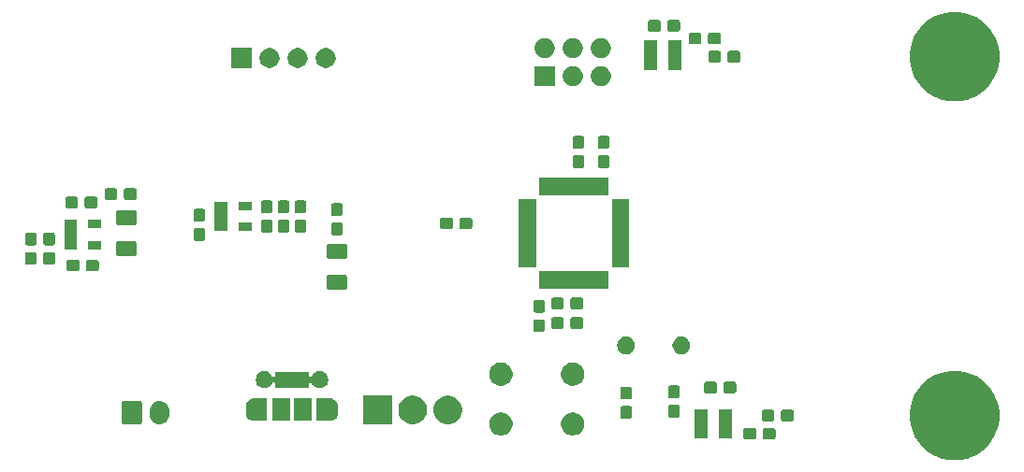
<source format=gbr>
G04 #@! TF.GenerationSoftware,KiCad,Pcbnew,(5.1.5)-3*
G04 #@! TF.CreationDate,2020-08-03T18:05:54+02:00*
G04 #@! TF.ProjectId,MK7 Gripper,4d4b3720-4772-4697-9070-65722e6b6963,rev?*
G04 #@! TF.SameCoordinates,Original*
G04 #@! TF.FileFunction,Soldermask,Top*
G04 #@! TF.FilePolarity,Negative*
%FSLAX46Y46*%
G04 Gerber Fmt 4.6, Leading zero omitted, Abs format (unit mm)*
G04 Created by KiCad (PCBNEW (5.1.5)-3) date 2020-08-03 18:05:54*
%MOMM*%
%LPD*%
G04 APERTURE LIST*
%ADD10C,0.100000*%
G04 APERTURE END LIST*
D10*
G36*
X175552632Y-121707677D02*
G01*
X175858005Y-121834167D01*
X176289868Y-122013050D01*
X176953362Y-122456383D01*
X177517617Y-123020638D01*
X177960950Y-123684132D01*
X178136582Y-124108146D01*
X178266323Y-124421368D01*
X178422000Y-125204010D01*
X178422000Y-126001990D01*
X178266323Y-126784632D01*
X178202095Y-126939691D01*
X177960950Y-127521868D01*
X177517617Y-128185362D01*
X176953362Y-128749617D01*
X176289868Y-129192950D01*
X175858005Y-129371833D01*
X175552632Y-129498323D01*
X174769990Y-129654000D01*
X173972010Y-129654000D01*
X173189368Y-129498323D01*
X172883995Y-129371833D01*
X172452132Y-129192950D01*
X171788638Y-128749617D01*
X171224383Y-128185362D01*
X170781050Y-127521868D01*
X170539905Y-126939691D01*
X170475677Y-126784632D01*
X170320000Y-126001990D01*
X170320000Y-125204010D01*
X170475677Y-124421368D01*
X170605418Y-124108146D01*
X170781050Y-123684132D01*
X171224383Y-123020638D01*
X171788638Y-122456383D01*
X172452132Y-122013050D01*
X172883995Y-121834167D01*
X173189368Y-121707677D01*
X173972010Y-121552000D01*
X174769990Y-121552000D01*
X175552632Y-121707677D01*
G37*
G36*
X158007499Y-126732445D02*
G01*
X158044995Y-126743820D01*
X158079554Y-126762292D01*
X158109847Y-126787153D01*
X158134708Y-126817446D01*
X158153180Y-126852005D01*
X158164555Y-126889501D01*
X158169000Y-126934638D01*
X158169000Y-127573362D01*
X158164555Y-127618499D01*
X158153180Y-127655995D01*
X158134708Y-127690554D01*
X158109847Y-127720847D01*
X158079554Y-127745708D01*
X158044995Y-127764180D01*
X158007499Y-127775555D01*
X157962362Y-127780000D01*
X157223638Y-127780000D01*
X157178501Y-127775555D01*
X157141005Y-127764180D01*
X157106446Y-127745708D01*
X157076153Y-127720847D01*
X157051292Y-127690554D01*
X157032820Y-127655995D01*
X157021445Y-127618499D01*
X157017000Y-127573362D01*
X157017000Y-126934638D01*
X157021445Y-126889501D01*
X157032820Y-126852005D01*
X157051292Y-126817446D01*
X157076153Y-126787153D01*
X157106446Y-126762292D01*
X157141005Y-126743820D01*
X157178501Y-126732445D01*
X157223638Y-126728000D01*
X157962362Y-126728000D01*
X158007499Y-126732445D01*
G37*
G36*
X156257499Y-126732445D02*
G01*
X156294995Y-126743820D01*
X156329554Y-126762292D01*
X156359847Y-126787153D01*
X156384708Y-126817446D01*
X156403180Y-126852005D01*
X156414555Y-126889501D01*
X156419000Y-126934638D01*
X156419000Y-127573362D01*
X156414555Y-127618499D01*
X156403180Y-127655995D01*
X156384708Y-127690554D01*
X156359847Y-127720847D01*
X156329554Y-127745708D01*
X156294995Y-127764180D01*
X156257499Y-127775555D01*
X156212362Y-127780000D01*
X155473638Y-127780000D01*
X155428501Y-127775555D01*
X155391005Y-127764180D01*
X155356446Y-127745708D01*
X155326153Y-127720847D01*
X155301292Y-127690554D01*
X155282820Y-127655995D01*
X155271445Y-127618499D01*
X155267000Y-127573362D01*
X155267000Y-126934638D01*
X155271445Y-126889501D01*
X155282820Y-126852005D01*
X155301292Y-126817446D01*
X155326153Y-126787153D01*
X155356446Y-126762292D01*
X155391005Y-126743820D01*
X155428501Y-126732445D01*
X155473638Y-126728000D01*
X156212362Y-126728000D01*
X156257499Y-126732445D01*
G37*
G36*
X152008000Y-127691000D02*
G01*
X150846000Y-127691000D01*
X150846000Y-125039000D01*
X152008000Y-125039000D01*
X152008000Y-127691000D01*
G37*
G36*
X154208000Y-127691000D02*
G01*
X153046000Y-127691000D01*
X153046000Y-125039000D01*
X154208000Y-125039000D01*
X154208000Y-127691000D01*
G37*
G36*
X133633564Y-125354389D02*
G01*
X133824833Y-125433615D01*
X133824835Y-125433616D01*
X133996973Y-125548635D01*
X134143365Y-125695027D01*
X134257606Y-125866000D01*
X134258385Y-125867167D01*
X134337611Y-126058436D01*
X134378000Y-126261484D01*
X134378000Y-126468516D01*
X134337611Y-126671564D01*
X134282327Y-126805031D01*
X134258384Y-126862835D01*
X134143365Y-127034973D01*
X133996973Y-127181365D01*
X133824835Y-127296384D01*
X133824834Y-127296385D01*
X133824833Y-127296385D01*
X133633564Y-127375611D01*
X133430516Y-127416000D01*
X133223484Y-127416000D01*
X133020436Y-127375611D01*
X132829167Y-127296385D01*
X132829166Y-127296385D01*
X132829165Y-127296384D01*
X132657027Y-127181365D01*
X132510635Y-127034973D01*
X132395616Y-126862835D01*
X132371673Y-126805031D01*
X132316389Y-126671564D01*
X132276000Y-126468516D01*
X132276000Y-126261484D01*
X132316389Y-126058436D01*
X132395615Y-125867167D01*
X132396395Y-125866000D01*
X132510635Y-125695027D01*
X132657027Y-125548635D01*
X132829165Y-125433616D01*
X132829167Y-125433615D01*
X133020436Y-125354389D01*
X133223484Y-125314000D01*
X133430516Y-125314000D01*
X133633564Y-125354389D01*
G37*
G36*
X140133564Y-125354389D02*
G01*
X140324833Y-125433615D01*
X140324835Y-125433616D01*
X140496973Y-125548635D01*
X140643365Y-125695027D01*
X140757606Y-125866000D01*
X140758385Y-125867167D01*
X140837611Y-126058436D01*
X140878000Y-126261484D01*
X140878000Y-126468516D01*
X140837611Y-126671564D01*
X140782327Y-126805031D01*
X140758384Y-126862835D01*
X140643365Y-127034973D01*
X140496973Y-127181365D01*
X140324835Y-127296384D01*
X140324834Y-127296385D01*
X140324833Y-127296385D01*
X140133564Y-127375611D01*
X139930516Y-127416000D01*
X139723484Y-127416000D01*
X139520436Y-127375611D01*
X139329167Y-127296385D01*
X139329166Y-127296385D01*
X139329165Y-127296384D01*
X139157027Y-127181365D01*
X139010635Y-127034973D01*
X138895616Y-126862835D01*
X138871673Y-126805031D01*
X138816389Y-126671564D01*
X138776000Y-126468516D01*
X138776000Y-126261484D01*
X138816389Y-126058436D01*
X138895615Y-125867167D01*
X138896395Y-125866000D01*
X139010635Y-125695027D01*
X139157027Y-125548635D01*
X139329165Y-125433616D01*
X139329167Y-125433615D01*
X139520436Y-125354389D01*
X139723484Y-125314000D01*
X139930516Y-125314000D01*
X140133564Y-125354389D01*
G37*
G36*
X102625626Y-124311037D02*
G01*
X102795465Y-124362557D01*
X102795467Y-124362558D01*
X102951989Y-124446221D01*
X103089186Y-124558814D01*
X103149247Y-124632000D01*
X103201778Y-124696009D01*
X103285443Y-124852534D01*
X103336963Y-125022373D01*
X103342343Y-125077000D01*
X103350000Y-125154740D01*
X103350000Y-125543259D01*
X103347139Y-125572309D01*
X103336963Y-125675626D01*
X103285443Y-125845466D01*
X103201778Y-126001991D01*
X103193469Y-126012115D01*
X103089186Y-126139186D01*
X102994250Y-126217097D01*
X102951991Y-126251778D01*
X102795466Y-126335443D01*
X102625627Y-126386963D01*
X102449000Y-126404359D01*
X102272374Y-126386963D01*
X102102535Y-126335443D01*
X101946010Y-126251778D01*
X101808815Y-126139185D01*
X101696222Y-126001991D01*
X101628372Y-125875053D01*
X101612558Y-125845468D01*
X101593912Y-125784000D01*
X101561037Y-125675627D01*
X101550861Y-125572309D01*
X101548000Y-125543260D01*
X101548000Y-125154741D01*
X101561037Y-125022376D01*
X101561037Y-125022374D01*
X101612557Y-124852535D01*
X101638418Y-124804153D01*
X101696221Y-124696011D01*
X101808814Y-124558814D01*
X101926585Y-124462163D01*
X101946009Y-124446222D01*
X102102534Y-124362557D01*
X102272373Y-124311037D01*
X102449000Y-124293641D01*
X102625626Y-124311037D01*
G37*
G36*
X100707600Y-124301989D02*
G01*
X100740652Y-124312015D01*
X100771103Y-124328292D01*
X100797799Y-124350201D01*
X100819708Y-124376897D01*
X100835985Y-124407348D01*
X100846011Y-124440400D01*
X100850000Y-124480903D01*
X100850000Y-126217097D01*
X100846011Y-126257600D01*
X100835985Y-126290652D01*
X100819708Y-126321103D01*
X100797799Y-126347799D01*
X100771103Y-126369708D01*
X100740652Y-126385985D01*
X100707600Y-126396011D01*
X100667097Y-126400000D01*
X99230903Y-126400000D01*
X99190400Y-126396011D01*
X99157348Y-126385985D01*
X99126897Y-126369708D01*
X99100201Y-126347799D01*
X99078292Y-126321103D01*
X99062015Y-126290652D01*
X99051989Y-126257600D01*
X99048000Y-126217097D01*
X99048000Y-124480903D01*
X99051989Y-124440400D01*
X99062015Y-124407348D01*
X99078292Y-124376897D01*
X99100201Y-124350201D01*
X99126897Y-124328292D01*
X99157348Y-124312015D01*
X99190400Y-124301989D01*
X99230903Y-124298000D01*
X100667097Y-124298000D01*
X100707600Y-124301989D01*
G37*
G36*
X125728393Y-123844304D02*
G01*
X125965101Y-123942352D01*
X125965103Y-123942353D01*
X126178135Y-124084696D01*
X126359304Y-124265865D01*
X126501647Y-124478897D01*
X126501648Y-124478899D01*
X126599696Y-124715607D01*
X126649680Y-124966893D01*
X126649680Y-125223107D01*
X126599696Y-125474393D01*
X126501648Y-125711101D01*
X126501647Y-125711103D01*
X126359304Y-125924135D01*
X126178135Y-126105304D01*
X125965103Y-126247647D01*
X125965102Y-126247648D01*
X125965101Y-126247648D01*
X125728393Y-126345696D01*
X125477107Y-126395680D01*
X125220893Y-126395680D01*
X124969607Y-126345696D01*
X124732899Y-126247648D01*
X124732898Y-126247648D01*
X124732897Y-126247647D01*
X124519865Y-126105304D01*
X124338696Y-125924135D01*
X124196353Y-125711103D01*
X124196352Y-125711101D01*
X124098304Y-125474393D01*
X124048320Y-125223107D01*
X124048320Y-124966893D01*
X124098304Y-124715607D01*
X124196352Y-124478899D01*
X124196353Y-124478897D01*
X124338696Y-124265865D01*
X124519865Y-124084696D01*
X124732897Y-123942353D01*
X124732899Y-123942352D01*
X124969607Y-123844304D01*
X125220893Y-123794320D01*
X125477107Y-123794320D01*
X125728393Y-123844304D01*
G37*
G36*
X128903393Y-123844304D02*
G01*
X129140101Y-123942352D01*
X129140103Y-123942353D01*
X129353135Y-124084696D01*
X129534304Y-124265865D01*
X129676647Y-124478897D01*
X129676648Y-124478899D01*
X129774696Y-124715607D01*
X129824680Y-124966893D01*
X129824680Y-125223107D01*
X129774696Y-125474393D01*
X129676648Y-125711101D01*
X129676647Y-125711103D01*
X129534304Y-125924135D01*
X129353135Y-126105304D01*
X129140103Y-126247647D01*
X129140102Y-126247648D01*
X129140101Y-126247648D01*
X128903393Y-126345696D01*
X128652107Y-126395680D01*
X128395893Y-126395680D01*
X128144607Y-126345696D01*
X127907899Y-126247648D01*
X127907898Y-126247648D01*
X127907897Y-126247647D01*
X127694865Y-126105304D01*
X127513696Y-125924135D01*
X127371353Y-125711103D01*
X127371352Y-125711101D01*
X127273304Y-125474393D01*
X127223320Y-125223107D01*
X127223320Y-124966893D01*
X127273304Y-124715607D01*
X127371352Y-124478899D01*
X127371353Y-124478897D01*
X127513696Y-124265865D01*
X127694865Y-124084696D01*
X127907897Y-123942353D01*
X127907899Y-123942352D01*
X128144607Y-123844304D01*
X128395893Y-123794320D01*
X128652107Y-123794320D01*
X128903393Y-123844304D01*
G37*
G36*
X123474680Y-126395680D02*
G01*
X120873320Y-126395680D01*
X120873320Y-123794320D01*
X123474680Y-123794320D01*
X123474680Y-126395680D01*
G37*
G36*
X157908499Y-125081445D02*
G01*
X157945995Y-125092820D01*
X157980554Y-125111292D01*
X158010847Y-125136153D01*
X158035708Y-125166446D01*
X158054180Y-125201005D01*
X158065555Y-125238501D01*
X158070000Y-125283638D01*
X158070000Y-125922362D01*
X158065555Y-125967499D01*
X158054180Y-126004995D01*
X158035708Y-126039554D01*
X158010847Y-126069847D01*
X157980554Y-126094708D01*
X157945995Y-126113180D01*
X157908499Y-126124555D01*
X157863362Y-126129000D01*
X157124638Y-126129000D01*
X157079501Y-126124555D01*
X157042005Y-126113180D01*
X157007446Y-126094708D01*
X156977153Y-126069847D01*
X156952292Y-126039554D01*
X156933820Y-126004995D01*
X156922445Y-125967499D01*
X156918000Y-125922362D01*
X156918000Y-125283638D01*
X156922445Y-125238501D01*
X156933820Y-125201005D01*
X156952292Y-125166446D01*
X156977153Y-125136153D01*
X157007446Y-125111292D01*
X157042005Y-125092820D01*
X157079501Y-125081445D01*
X157124638Y-125077000D01*
X157863362Y-125077000D01*
X157908499Y-125081445D01*
G37*
G36*
X159658499Y-125081445D02*
G01*
X159695995Y-125092820D01*
X159730554Y-125111292D01*
X159760847Y-125136153D01*
X159785708Y-125166446D01*
X159804180Y-125201005D01*
X159815555Y-125238501D01*
X159820000Y-125283638D01*
X159820000Y-125922362D01*
X159815555Y-125967499D01*
X159804180Y-126004995D01*
X159785708Y-126039554D01*
X159760847Y-126069847D01*
X159730554Y-126094708D01*
X159695995Y-126113180D01*
X159658499Y-126124555D01*
X159613362Y-126129000D01*
X158874638Y-126129000D01*
X158829501Y-126124555D01*
X158792005Y-126113180D01*
X158757446Y-126094708D01*
X158727153Y-126069847D01*
X158702292Y-126039554D01*
X158683820Y-126004995D01*
X158672445Y-125967499D01*
X158668000Y-125922362D01*
X158668000Y-125283638D01*
X158672445Y-125238501D01*
X158683820Y-125201005D01*
X158702292Y-125166446D01*
X158727153Y-125136153D01*
X158757446Y-125111292D01*
X158792005Y-125092820D01*
X158829501Y-125081445D01*
X158874638Y-125077000D01*
X159613362Y-125077000D01*
X159658499Y-125081445D01*
G37*
G36*
X110952862Y-124060898D02*
G01*
X110965114Y-124061500D01*
X112178000Y-124061500D01*
X112178000Y-126063500D01*
X110965114Y-126063500D01*
X110952862Y-126064102D01*
X110927000Y-126066649D01*
X110901138Y-126064102D01*
X110888886Y-126063500D01*
X110815594Y-126063500D01*
X110798836Y-126054543D01*
X110787299Y-126050415D01*
X110702307Y-126024632D01*
X110676664Y-126016854D01*
X110563575Y-125956406D01*
X110464447Y-125875054D01*
X110383094Y-125775924D01*
X110322646Y-125662835D01*
X110310152Y-125621646D01*
X110285420Y-125540117D01*
X110276000Y-125444472D01*
X110276000Y-124680527D01*
X110285420Y-124584882D01*
X110322645Y-124462168D01*
X110368908Y-124375617D01*
X110383095Y-124349075D01*
X110464447Y-124249946D01*
X110563576Y-124168594D01*
X110676666Y-124108146D01*
X110694695Y-124102677D01*
X110787290Y-124074588D01*
X110809925Y-124065212D01*
X110815481Y-124061500D01*
X110888886Y-124061500D01*
X110901138Y-124060898D01*
X110927000Y-124058351D01*
X110952862Y-124060898D01*
G37*
G36*
X117952862Y-124060898D02*
G01*
X117965114Y-124061500D01*
X118038406Y-124061500D01*
X118055164Y-124070457D01*
X118066707Y-124074587D01*
X118159305Y-124102677D01*
X118177334Y-124108146D01*
X118290424Y-124168594D01*
X118389554Y-124249947D01*
X118470906Y-124349075D01*
X118531354Y-124462164D01*
X118536430Y-124478897D01*
X118568580Y-124584882D01*
X118578000Y-124680527D01*
X118578000Y-125444473D01*
X118568580Y-125540118D01*
X118565996Y-125548635D01*
X118531354Y-125662836D01*
X118470906Y-125775925D01*
X118389554Y-125875054D01*
X118290425Y-125956406D01*
X118177336Y-126016854D01*
X118151693Y-126024632D01*
X118066708Y-126050413D01*
X118044075Y-126059787D01*
X118038518Y-126063500D01*
X117965114Y-126063500D01*
X117952862Y-126064102D01*
X117927000Y-126066649D01*
X117901138Y-126064102D01*
X117888886Y-126063500D01*
X116676000Y-126063500D01*
X116676000Y-124061500D01*
X117888886Y-124061500D01*
X117901138Y-124060898D01*
X117927000Y-124058351D01*
X117952862Y-124060898D01*
G37*
G36*
X114228000Y-126063500D02*
G01*
X112626000Y-126063500D01*
X112626000Y-124061500D01*
X114228000Y-124061500D01*
X114228000Y-126063500D01*
G37*
G36*
X116228000Y-126063500D02*
G01*
X114626000Y-126063500D01*
X114626000Y-124061500D01*
X116228000Y-124061500D01*
X116228000Y-126063500D01*
G37*
G36*
X145017499Y-124749445D02*
G01*
X145054995Y-124760820D01*
X145089554Y-124779292D01*
X145119847Y-124804153D01*
X145144708Y-124834446D01*
X145163180Y-124869005D01*
X145174555Y-124906501D01*
X145179000Y-124951638D01*
X145179000Y-125690362D01*
X145174555Y-125735499D01*
X145163180Y-125772995D01*
X145144708Y-125807554D01*
X145119847Y-125837847D01*
X145089554Y-125862708D01*
X145054995Y-125881180D01*
X145017499Y-125892555D01*
X144972362Y-125897000D01*
X144333638Y-125897000D01*
X144288501Y-125892555D01*
X144251005Y-125881180D01*
X144216446Y-125862708D01*
X144186153Y-125837847D01*
X144161292Y-125807554D01*
X144142820Y-125772995D01*
X144131445Y-125735499D01*
X144127000Y-125690362D01*
X144127000Y-124951638D01*
X144131445Y-124906501D01*
X144142820Y-124869005D01*
X144161292Y-124834446D01*
X144186153Y-124804153D01*
X144216446Y-124779292D01*
X144251005Y-124760820D01*
X144288501Y-124749445D01*
X144333638Y-124745000D01*
X144972362Y-124745000D01*
X145017499Y-124749445D01*
G37*
G36*
X149335499Y-124636445D02*
G01*
X149372995Y-124647820D01*
X149407554Y-124666292D01*
X149437847Y-124691153D01*
X149462708Y-124721446D01*
X149481180Y-124756005D01*
X149492555Y-124793501D01*
X149497000Y-124838638D01*
X149497000Y-125577362D01*
X149492555Y-125622499D01*
X149481180Y-125659995D01*
X149462708Y-125694554D01*
X149437847Y-125724847D01*
X149407554Y-125749708D01*
X149372995Y-125768180D01*
X149335499Y-125779555D01*
X149290362Y-125784000D01*
X148651638Y-125784000D01*
X148606501Y-125779555D01*
X148569005Y-125768180D01*
X148534446Y-125749708D01*
X148504153Y-125724847D01*
X148479292Y-125694554D01*
X148460820Y-125659995D01*
X148449445Y-125622499D01*
X148445000Y-125577362D01*
X148445000Y-124838638D01*
X148449445Y-124793501D01*
X148460820Y-124756005D01*
X148479292Y-124721446D01*
X148504153Y-124691153D01*
X148534446Y-124666292D01*
X148569005Y-124647820D01*
X148606501Y-124636445D01*
X148651638Y-124632000D01*
X149290362Y-124632000D01*
X149335499Y-124636445D01*
G37*
G36*
X145017499Y-122999445D02*
G01*
X145054995Y-123010820D01*
X145089554Y-123029292D01*
X145119847Y-123054153D01*
X145144708Y-123084446D01*
X145163180Y-123119005D01*
X145174555Y-123156501D01*
X145179000Y-123201638D01*
X145179000Y-123940362D01*
X145174555Y-123985499D01*
X145163180Y-124022995D01*
X145144708Y-124057554D01*
X145119847Y-124087847D01*
X145089554Y-124112708D01*
X145054995Y-124131180D01*
X145017499Y-124142555D01*
X144972362Y-124147000D01*
X144333638Y-124147000D01*
X144288501Y-124142555D01*
X144251005Y-124131180D01*
X144216446Y-124112708D01*
X144186153Y-124087847D01*
X144161292Y-124057554D01*
X144142820Y-124022995D01*
X144131445Y-123985499D01*
X144127000Y-123940362D01*
X144127000Y-123201638D01*
X144131445Y-123156501D01*
X144142820Y-123119005D01*
X144161292Y-123084446D01*
X144186153Y-123054153D01*
X144216446Y-123029292D01*
X144251005Y-123010820D01*
X144288501Y-122999445D01*
X144333638Y-122995000D01*
X144972362Y-122995000D01*
X145017499Y-122999445D01*
G37*
G36*
X149335499Y-122886445D02*
G01*
X149372995Y-122897820D01*
X149407554Y-122916292D01*
X149437847Y-122941153D01*
X149462708Y-122971446D01*
X149481180Y-123006005D01*
X149492555Y-123043501D01*
X149497000Y-123088638D01*
X149497000Y-123827362D01*
X149492555Y-123872499D01*
X149481180Y-123909995D01*
X149462708Y-123944554D01*
X149437847Y-123974847D01*
X149407554Y-123999708D01*
X149372995Y-124018180D01*
X149335499Y-124029555D01*
X149290362Y-124034000D01*
X148651638Y-124034000D01*
X148606501Y-124029555D01*
X148569005Y-124018180D01*
X148534446Y-123999708D01*
X148504153Y-123974847D01*
X148479292Y-123944554D01*
X148460820Y-123909995D01*
X148449445Y-123872499D01*
X148445000Y-123827362D01*
X148445000Y-123088638D01*
X148449445Y-123043501D01*
X148460820Y-123006005D01*
X148479292Y-122971446D01*
X148504153Y-122941153D01*
X148534446Y-122916292D01*
X148569005Y-122897820D01*
X148606501Y-122886445D01*
X148651638Y-122882000D01*
X149290362Y-122882000D01*
X149335499Y-122886445D01*
G37*
G36*
X154451499Y-122541445D02*
G01*
X154488995Y-122552820D01*
X154523554Y-122571292D01*
X154553847Y-122596153D01*
X154578708Y-122626446D01*
X154597180Y-122661005D01*
X154608555Y-122698501D01*
X154613000Y-122743638D01*
X154613000Y-123382362D01*
X154608555Y-123427499D01*
X154597180Y-123464995D01*
X154578708Y-123499554D01*
X154553847Y-123529847D01*
X154523554Y-123554708D01*
X154488995Y-123573180D01*
X154451499Y-123584555D01*
X154406362Y-123589000D01*
X153667638Y-123589000D01*
X153622501Y-123584555D01*
X153585005Y-123573180D01*
X153550446Y-123554708D01*
X153520153Y-123529847D01*
X153495292Y-123499554D01*
X153476820Y-123464995D01*
X153465445Y-123427499D01*
X153461000Y-123382362D01*
X153461000Y-122743638D01*
X153465445Y-122698501D01*
X153476820Y-122661005D01*
X153495292Y-122626446D01*
X153520153Y-122596153D01*
X153550446Y-122571292D01*
X153585005Y-122552820D01*
X153622501Y-122541445D01*
X153667638Y-122537000D01*
X154406362Y-122537000D01*
X154451499Y-122541445D01*
G37*
G36*
X152701499Y-122541445D02*
G01*
X152738995Y-122552820D01*
X152773554Y-122571292D01*
X152803847Y-122596153D01*
X152828708Y-122626446D01*
X152847180Y-122661005D01*
X152858555Y-122698501D01*
X152863000Y-122743638D01*
X152863000Y-123382362D01*
X152858555Y-123427499D01*
X152847180Y-123464995D01*
X152828708Y-123499554D01*
X152803847Y-123529847D01*
X152773554Y-123554708D01*
X152738995Y-123573180D01*
X152701499Y-123584555D01*
X152656362Y-123589000D01*
X151917638Y-123589000D01*
X151872501Y-123584555D01*
X151835005Y-123573180D01*
X151800446Y-123554708D01*
X151770153Y-123529847D01*
X151745292Y-123499554D01*
X151726820Y-123464995D01*
X151715445Y-123427499D01*
X151711000Y-123382362D01*
X151711000Y-122743638D01*
X151715445Y-122698501D01*
X151726820Y-122661005D01*
X151745292Y-122626446D01*
X151770153Y-122596153D01*
X151800446Y-122571292D01*
X151835005Y-122552820D01*
X151872501Y-122541445D01*
X151917638Y-122537000D01*
X152656362Y-122537000D01*
X152701499Y-122541445D01*
G37*
G36*
X112153348Y-121616320D02*
G01*
X112153350Y-121616321D01*
X112153351Y-121616321D01*
X112294574Y-121674817D01*
X112294577Y-121674819D01*
X112421669Y-121759739D01*
X112529761Y-121867831D01*
X112586375Y-121952560D01*
X112614683Y-121994926D01*
X112635517Y-122045225D01*
X112647068Y-122066836D01*
X112662614Y-122085778D01*
X112681556Y-122101323D01*
X112703166Y-122112874D01*
X112726615Y-122119987D01*
X112751001Y-122122389D01*
X112775387Y-122119987D01*
X112798836Y-122112874D01*
X112820447Y-122101323D01*
X112839389Y-122085777D01*
X112854934Y-122066835D01*
X112866485Y-122045225D01*
X112873598Y-122021776D01*
X112876000Y-121997390D01*
X112876000Y-121636500D01*
X115978000Y-121636500D01*
X115978000Y-121997390D01*
X115980402Y-122021776D01*
X115987515Y-122045225D01*
X115999066Y-122066836D01*
X116014611Y-122085778D01*
X116033553Y-122101323D01*
X116055164Y-122112874D01*
X116078613Y-122119987D01*
X116102999Y-122122389D01*
X116127385Y-122119987D01*
X116150834Y-122112874D01*
X116172445Y-122101323D01*
X116191387Y-122085778D01*
X116206932Y-122066836D01*
X116218483Y-122045225D01*
X116239317Y-121994926D01*
X116267625Y-121952560D01*
X116324239Y-121867831D01*
X116432331Y-121759739D01*
X116559423Y-121674819D01*
X116559426Y-121674817D01*
X116700649Y-121616321D01*
X116700650Y-121616321D01*
X116700652Y-121616320D01*
X116850569Y-121586500D01*
X117003431Y-121586500D01*
X117153348Y-121616320D01*
X117153350Y-121616321D01*
X117153351Y-121616321D01*
X117294574Y-121674817D01*
X117294577Y-121674819D01*
X117421669Y-121759739D01*
X117529761Y-121867831D01*
X117597035Y-121968514D01*
X117614683Y-121994926D01*
X117667479Y-122122389D01*
X117673180Y-122136152D01*
X117703000Y-122286069D01*
X117703000Y-122438931D01*
X117674677Y-122581323D01*
X117673179Y-122588851D01*
X117614683Y-122730074D01*
X117614682Y-122730075D01*
X117614681Y-122730077D01*
X117529761Y-122857169D01*
X117421669Y-122965261D01*
X117310827Y-123039323D01*
X117294574Y-123050183D01*
X117153351Y-123108679D01*
X117153350Y-123108679D01*
X117153348Y-123108680D01*
X117003431Y-123138500D01*
X116850569Y-123138500D01*
X116700652Y-123108680D01*
X116700650Y-123108679D01*
X116700649Y-123108679D01*
X116559426Y-123050183D01*
X116543173Y-123039323D01*
X116432331Y-122965261D01*
X116324239Y-122857169D01*
X116239318Y-122730075D01*
X116239317Y-122730074D01*
X116218481Y-122679772D01*
X116206932Y-122658164D01*
X116191386Y-122639222D01*
X116172444Y-122623677D01*
X116150834Y-122612126D01*
X116127385Y-122605013D01*
X116102999Y-122602611D01*
X116078613Y-122605013D01*
X116055164Y-122612126D01*
X116033553Y-122623677D01*
X116014611Y-122639223D01*
X115999066Y-122658165D01*
X115987515Y-122679775D01*
X115980402Y-122703224D01*
X115978000Y-122727610D01*
X115978000Y-123088500D01*
X112876000Y-123088500D01*
X112876000Y-122727610D01*
X112873598Y-122703224D01*
X112866485Y-122679775D01*
X112854934Y-122658164D01*
X112839389Y-122639222D01*
X112820447Y-122623677D01*
X112798836Y-122612126D01*
X112775387Y-122605013D01*
X112751001Y-122602611D01*
X112726615Y-122605013D01*
X112703166Y-122612126D01*
X112681555Y-122623677D01*
X112662613Y-122639222D01*
X112647068Y-122658164D01*
X112635519Y-122679772D01*
X112614683Y-122730074D01*
X112614682Y-122730075D01*
X112529761Y-122857169D01*
X112421669Y-122965261D01*
X112310827Y-123039323D01*
X112294574Y-123050183D01*
X112153351Y-123108679D01*
X112153350Y-123108679D01*
X112153348Y-123108680D01*
X112003431Y-123138500D01*
X111850569Y-123138500D01*
X111700652Y-123108680D01*
X111700650Y-123108679D01*
X111700649Y-123108679D01*
X111559426Y-123050183D01*
X111543173Y-123039323D01*
X111432331Y-122965261D01*
X111324239Y-122857169D01*
X111239319Y-122730077D01*
X111239318Y-122730075D01*
X111239317Y-122730074D01*
X111180821Y-122588851D01*
X111179324Y-122581323D01*
X111151000Y-122438931D01*
X111151000Y-122286069D01*
X111180820Y-122136152D01*
X111186521Y-122122389D01*
X111239317Y-121994926D01*
X111256965Y-121968514D01*
X111324239Y-121867831D01*
X111432331Y-121759739D01*
X111559423Y-121674819D01*
X111559426Y-121674817D01*
X111700649Y-121616321D01*
X111700650Y-121616321D01*
X111700652Y-121616320D01*
X111850569Y-121586500D01*
X112003431Y-121586500D01*
X112153348Y-121616320D01*
G37*
G36*
X140133564Y-120854389D02*
G01*
X140324833Y-120933615D01*
X140324835Y-120933616D01*
X140496973Y-121048635D01*
X140643365Y-121195027D01*
X140758385Y-121367167D01*
X140837611Y-121558436D01*
X140878000Y-121761484D01*
X140878000Y-121968516D01*
X140837611Y-122171564D01*
X140758385Y-122362833D01*
X140758384Y-122362835D01*
X140643365Y-122534973D01*
X140496973Y-122681365D01*
X140324835Y-122796384D01*
X140324834Y-122796385D01*
X140324833Y-122796385D01*
X140133564Y-122875611D01*
X139930516Y-122916000D01*
X139723484Y-122916000D01*
X139520436Y-122875611D01*
X139329167Y-122796385D01*
X139329166Y-122796385D01*
X139329165Y-122796384D01*
X139157027Y-122681365D01*
X139010635Y-122534973D01*
X138895616Y-122362835D01*
X138895615Y-122362833D01*
X138816389Y-122171564D01*
X138776000Y-121968516D01*
X138776000Y-121761484D01*
X138816389Y-121558436D01*
X138895615Y-121367167D01*
X139010635Y-121195027D01*
X139157027Y-121048635D01*
X139329165Y-120933616D01*
X139329167Y-120933615D01*
X139520436Y-120854389D01*
X139723484Y-120814000D01*
X139930516Y-120814000D01*
X140133564Y-120854389D01*
G37*
G36*
X133633564Y-120854389D02*
G01*
X133824833Y-120933615D01*
X133824835Y-120933616D01*
X133996973Y-121048635D01*
X134143365Y-121195027D01*
X134258385Y-121367167D01*
X134337611Y-121558436D01*
X134378000Y-121761484D01*
X134378000Y-121968516D01*
X134337611Y-122171564D01*
X134258385Y-122362833D01*
X134258384Y-122362835D01*
X134143365Y-122534973D01*
X133996973Y-122681365D01*
X133824835Y-122796384D01*
X133824834Y-122796385D01*
X133824833Y-122796385D01*
X133633564Y-122875611D01*
X133430516Y-122916000D01*
X133223484Y-122916000D01*
X133020436Y-122875611D01*
X132829167Y-122796385D01*
X132829166Y-122796385D01*
X132829165Y-122796384D01*
X132657027Y-122681365D01*
X132510635Y-122534973D01*
X132395616Y-122362835D01*
X132395615Y-122362833D01*
X132316389Y-122171564D01*
X132276000Y-121968516D01*
X132276000Y-121761484D01*
X132316389Y-121558436D01*
X132395615Y-121367167D01*
X132510635Y-121195027D01*
X132657027Y-121048635D01*
X132829165Y-120933616D01*
X132829167Y-120933615D01*
X133020436Y-120854389D01*
X133223484Y-120814000D01*
X133430516Y-120814000D01*
X133633564Y-120854389D01*
G37*
G36*
X149886642Y-118482781D02*
G01*
X150032414Y-118543162D01*
X150032416Y-118543163D01*
X150163608Y-118630822D01*
X150275178Y-118742392D01*
X150362837Y-118873584D01*
X150362838Y-118873586D01*
X150423219Y-119019358D01*
X150454000Y-119174107D01*
X150454000Y-119331893D01*
X150423219Y-119486642D01*
X150362838Y-119632414D01*
X150362837Y-119632416D01*
X150275178Y-119763608D01*
X150163608Y-119875178D01*
X150032416Y-119962837D01*
X150032415Y-119962838D01*
X150032414Y-119962838D01*
X149886642Y-120023219D01*
X149731893Y-120054000D01*
X149574107Y-120054000D01*
X149419358Y-120023219D01*
X149273586Y-119962838D01*
X149273585Y-119962838D01*
X149273584Y-119962837D01*
X149142392Y-119875178D01*
X149030822Y-119763608D01*
X148943163Y-119632416D01*
X148943162Y-119632414D01*
X148882781Y-119486642D01*
X148852000Y-119331893D01*
X148852000Y-119174107D01*
X148882781Y-119019358D01*
X148943162Y-118873586D01*
X148943163Y-118873584D01*
X149030822Y-118742392D01*
X149142392Y-118630822D01*
X149273584Y-118543163D01*
X149273586Y-118543162D01*
X149419358Y-118482781D01*
X149574107Y-118452000D01*
X149731893Y-118452000D01*
X149886642Y-118482781D01*
G37*
G36*
X144886642Y-118482781D02*
G01*
X145032414Y-118543162D01*
X145032416Y-118543163D01*
X145163608Y-118630822D01*
X145275178Y-118742392D01*
X145362837Y-118873584D01*
X145362838Y-118873586D01*
X145423219Y-119019358D01*
X145454000Y-119174107D01*
X145454000Y-119331893D01*
X145423219Y-119486642D01*
X145362838Y-119632414D01*
X145362837Y-119632416D01*
X145275178Y-119763608D01*
X145163608Y-119875178D01*
X145032416Y-119962837D01*
X145032415Y-119962838D01*
X145032414Y-119962838D01*
X144886642Y-120023219D01*
X144731893Y-120054000D01*
X144574107Y-120054000D01*
X144419358Y-120023219D01*
X144273586Y-119962838D01*
X144273585Y-119962838D01*
X144273584Y-119962837D01*
X144142392Y-119875178D01*
X144030822Y-119763608D01*
X143943163Y-119632416D01*
X143943162Y-119632414D01*
X143882781Y-119486642D01*
X143852000Y-119331893D01*
X143852000Y-119174107D01*
X143882781Y-119019358D01*
X143943162Y-118873586D01*
X143943163Y-118873584D01*
X144030822Y-118742392D01*
X144142392Y-118630822D01*
X144273584Y-118543163D01*
X144273586Y-118543162D01*
X144419358Y-118482781D01*
X144574107Y-118452000D01*
X144731893Y-118452000D01*
X144886642Y-118482781D01*
G37*
G36*
X137143499Y-116889445D02*
G01*
X137180995Y-116900820D01*
X137215554Y-116919292D01*
X137245847Y-116944153D01*
X137270708Y-116974446D01*
X137289180Y-117009005D01*
X137300555Y-117046501D01*
X137305000Y-117091638D01*
X137305000Y-117830362D01*
X137300555Y-117875499D01*
X137289180Y-117912995D01*
X137270708Y-117947554D01*
X137245847Y-117977847D01*
X137215554Y-118002708D01*
X137180995Y-118021180D01*
X137143499Y-118032555D01*
X137098362Y-118037000D01*
X136459638Y-118037000D01*
X136414501Y-118032555D01*
X136377005Y-118021180D01*
X136342446Y-118002708D01*
X136312153Y-117977847D01*
X136287292Y-117947554D01*
X136268820Y-117912995D01*
X136257445Y-117875499D01*
X136253000Y-117830362D01*
X136253000Y-117091638D01*
X136257445Y-117046501D01*
X136268820Y-117009005D01*
X136287292Y-116974446D01*
X136312153Y-116944153D01*
X136342446Y-116919292D01*
X136377005Y-116900820D01*
X136414501Y-116889445D01*
X136459638Y-116885000D01*
X137098362Y-116885000D01*
X137143499Y-116889445D01*
G37*
G36*
X140608499Y-116699445D02*
G01*
X140645995Y-116710820D01*
X140680554Y-116729292D01*
X140710847Y-116754153D01*
X140735708Y-116784446D01*
X140754180Y-116819005D01*
X140765555Y-116856501D01*
X140770000Y-116901638D01*
X140770000Y-117540362D01*
X140765555Y-117585499D01*
X140754180Y-117622995D01*
X140735708Y-117657554D01*
X140710847Y-117687847D01*
X140680554Y-117712708D01*
X140645995Y-117731180D01*
X140608499Y-117742555D01*
X140563362Y-117747000D01*
X139824638Y-117747000D01*
X139779501Y-117742555D01*
X139742005Y-117731180D01*
X139707446Y-117712708D01*
X139677153Y-117687847D01*
X139652292Y-117657554D01*
X139633820Y-117622995D01*
X139622445Y-117585499D01*
X139618000Y-117540362D01*
X139618000Y-116901638D01*
X139622445Y-116856501D01*
X139633820Y-116819005D01*
X139652292Y-116784446D01*
X139677153Y-116754153D01*
X139707446Y-116729292D01*
X139742005Y-116710820D01*
X139779501Y-116699445D01*
X139824638Y-116695000D01*
X140563362Y-116695000D01*
X140608499Y-116699445D01*
G37*
G36*
X138858499Y-116699445D02*
G01*
X138895995Y-116710820D01*
X138930554Y-116729292D01*
X138960847Y-116754153D01*
X138985708Y-116784446D01*
X139004180Y-116819005D01*
X139015555Y-116856501D01*
X139020000Y-116901638D01*
X139020000Y-117540362D01*
X139015555Y-117585499D01*
X139004180Y-117622995D01*
X138985708Y-117657554D01*
X138960847Y-117687847D01*
X138930554Y-117712708D01*
X138895995Y-117731180D01*
X138858499Y-117742555D01*
X138813362Y-117747000D01*
X138074638Y-117747000D01*
X138029501Y-117742555D01*
X137992005Y-117731180D01*
X137957446Y-117712708D01*
X137927153Y-117687847D01*
X137902292Y-117657554D01*
X137883820Y-117622995D01*
X137872445Y-117585499D01*
X137868000Y-117540362D01*
X137868000Y-116901638D01*
X137872445Y-116856501D01*
X137883820Y-116819005D01*
X137902292Y-116784446D01*
X137927153Y-116754153D01*
X137957446Y-116729292D01*
X137992005Y-116710820D01*
X138029501Y-116699445D01*
X138074638Y-116695000D01*
X138813362Y-116695000D01*
X138858499Y-116699445D01*
G37*
G36*
X137143499Y-115139445D02*
G01*
X137180995Y-115150820D01*
X137215554Y-115169292D01*
X137245847Y-115194153D01*
X137270708Y-115224446D01*
X137289180Y-115259005D01*
X137300555Y-115296501D01*
X137305000Y-115341638D01*
X137305000Y-116080362D01*
X137300555Y-116125499D01*
X137289180Y-116162995D01*
X137270708Y-116197554D01*
X137245847Y-116227847D01*
X137215554Y-116252708D01*
X137180995Y-116271180D01*
X137143499Y-116282555D01*
X137098362Y-116287000D01*
X136459638Y-116287000D01*
X136414501Y-116282555D01*
X136377005Y-116271180D01*
X136342446Y-116252708D01*
X136312153Y-116227847D01*
X136287292Y-116197554D01*
X136268820Y-116162995D01*
X136257445Y-116125499D01*
X136253000Y-116080362D01*
X136253000Y-115341638D01*
X136257445Y-115296501D01*
X136268820Y-115259005D01*
X136287292Y-115224446D01*
X136312153Y-115194153D01*
X136342446Y-115169292D01*
X136377005Y-115150820D01*
X136414501Y-115139445D01*
X136459638Y-115135000D01*
X137098362Y-115135000D01*
X137143499Y-115139445D01*
G37*
G36*
X138858499Y-114921445D02*
G01*
X138895995Y-114932820D01*
X138930554Y-114951292D01*
X138960847Y-114976153D01*
X138985708Y-115006446D01*
X139004180Y-115041005D01*
X139015555Y-115078501D01*
X139020000Y-115123638D01*
X139020000Y-115762362D01*
X139015555Y-115807499D01*
X139004180Y-115844995D01*
X138985708Y-115879554D01*
X138960847Y-115909847D01*
X138930554Y-115934708D01*
X138895995Y-115953180D01*
X138858499Y-115964555D01*
X138813362Y-115969000D01*
X138074638Y-115969000D01*
X138029501Y-115964555D01*
X137992005Y-115953180D01*
X137957446Y-115934708D01*
X137927153Y-115909847D01*
X137902292Y-115879554D01*
X137883820Y-115844995D01*
X137872445Y-115807499D01*
X137868000Y-115762362D01*
X137868000Y-115123638D01*
X137872445Y-115078501D01*
X137883820Y-115041005D01*
X137902292Y-115006446D01*
X137927153Y-114976153D01*
X137957446Y-114951292D01*
X137992005Y-114932820D01*
X138029501Y-114921445D01*
X138074638Y-114917000D01*
X138813362Y-114917000D01*
X138858499Y-114921445D01*
G37*
G36*
X140608499Y-114921445D02*
G01*
X140645995Y-114932820D01*
X140680554Y-114951292D01*
X140710847Y-114976153D01*
X140735708Y-115006446D01*
X140754180Y-115041005D01*
X140765555Y-115078501D01*
X140770000Y-115123638D01*
X140770000Y-115762362D01*
X140765555Y-115807499D01*
X140754180Y-115844995D01*
X140735708Y-115879554D01*
X140710847Y-115909847D01*
X140680554Y-115934708D01*
X140645995Y-115953180D01*
X140608499Y-115964555D01*
X140563362Y-115969000D01*
X139824638Y-115969000D01*
X139779501Y-115964555D01*
X139742005Y-115953180D01*
X139707446Y-115934708D01*
X139677153Y-115909847D01*
X139652292Y-115879554D01*
X139633820Y-115844995D01*
X139622445Y-115807499D01*
X139618000Y-115762362D01*
X139618000Y-115123638D01*
X139622445Y-115078501D01*
X139633820Y-115041005D01*
X139652292Y-115006446D01*
X139677153Y-114976153D01*
X139707446Y-114951292D01*
X139742005Y-114932820D01*
X139779501Y-114921445D01*
X139824638Y-114917000D01*
X140563362Y-114917000D01*
X140608499Y-114921445D01*
G37*
G36*
X119259604Y-112869347D02*
G01*
X119296144Y-112880432D01*
X119329821Y-112898433D01*
X119359341Y-112922659D01*
X119383567Y-112952179D01*
X119401568Y-112985856D01*
X119412653Y-113022396D01*
X119417000Y-113066538D01*
X119417000Y-114015462D01*
X119412653Y-114059604D01*
X119401568Y-114096144D01*
X119383567Y-114129821D01*
X119359341Y-114159341D01*
X119329821Y-114183567D01*
X119296144Y-114201568D01*
X119259604Y-114212653D01*
X119215462Y-114217000D01*
X117766538Y-114217000D01*
X117722396Y-114212653D01*
X117685856Y-114201568D01*
X117652179Y-114183567D01*
X117622659Y-114159341D01*
X117598433Y-114129821D01*
X117580432Y-114096144D01*
X117569347Y-114059604D01*
X117565000Y-114015462D01*
X117565000Y-113066538D01*
X117569347Y-113022396D01*
X117580432Y-112985856D01*
X117598433Y-112952179D01*
X117622659Y-112922659D01*
X117652179Y-112898433D01*
X117685856Y-112880432D01*
X117722396Y-112869347D01*
X117766538Y-112865000D01*
X119215462Y-112865000D01*
X119259604Y-112869347D01*
G37*
G36*
X143080000Y-114094000D02*
G01*
X136828000Y-114094000D01*
X136828000Y-112492000D01*
X143080000Y-112492000D01*
X143080000Y-114094000D01*
G37*
G36*
X96793499Y-111492445D02*
G01*
X96830995Y-111503820D01*
X96865554Y-111522292D01*
X96895847Y-111547153D01*
X96920708Y-111577446D01*
X96939180Y-111612005D01*
X96950555Y-111649501D01*
X96955000Y-111694638D01*
X96955000Y-112333362D01*
X96950555Y-112378499D01*
X96939180Y-112415995D01*
X96920708Y-112450554D01*
X96895847Y-112480847D01*
X96865554Y-112505708D01*
X96830995Y-112524180D01*
X96793499Y-112535555D01*
X96748362Y-112540000D01*
X96009638Y-112540000D01*
X95964501Y-112535555D01*
X95927005Y-112524180D01*
X95892446Y-112505708D01*
X95862153Y-112480847D01*
X95837292Y-112450554D01*
X95818820Y-112415995D01*
X95807445Y-112378499D01*
X95803000Y-112333362D01*
X95803000Y-111694638D01*
X95807445Y-111649501D01*
X95818820Y-111612005D01*
X95837292Y-111577446D01*
X95862153Y-111547153D01*
X95892446Y-111522292D01*
X95927005Y-111503820D01*
X95964501Y-111492445D01*
X96009638Y-111488000D01*
X96748362Y-111488000D01*
X96793499Y-111492445D01*
G37*
G36*
X95043499Y-111492445D02*
G01*
X95080995Y-111503820D01*
X95115554Y-111522292D01*
X95145847Y-111547153D01*
X95170708Y-111577446D01*
X95189180Y-111612005D01*
X95200555Y-111649501D01*
X95205000Y-111694638D01*
X95205000Y-112333362D01*
X95200555Y-112378499D01*
X95189180Y-112415995D01*
X95170708Y-112450554D01*
X95145847Y-112480847D01*
X95115554Y-112505708D01*
X95080995Y-112524180D01*
X95043499Y-112535555D01*
X94998362Y-112540000D01*
X94259638Y-112540000D01*
X94214501Y-112535555D01*
X94177005Y-112524180D01*
X94142446Y-112505708D01*
X94112153Y-112480847D01*
X94087292Y-112450554D01*
X94068820Y-112415995D01*
X94057445Y-112378499D01*
X94053000Y-112333362D01*
X94053000Y-111694638D01*
X94057445Y-111649501D01*
X94068820Y-111612005D01*
X94087292Y-111577446D01*
X94112153Y-111547153D01*
X94142446Y-111522292D01*
X94177005Y-111503820D01*
X94214501Y-111492445D01*
X94259638Y-111488000D01*
X94998362Y-111488000D01*
X95043499Y-111492445D01*
G37*
G36*
X136555000Y-112219000D02*
G01*
X134953000Y-112219000D01*
X134953000Y-105967000D01*
X136555000Y-105967000D01*
X136555000Y-112219000D01*
G37*
G36*
X144955000Y-112219000D02*
G01*
X143353000Y-112219000D01*
X143353000Y-105967000D01*
X144955000Y-105967000D01*
X144955000Y-112219000D01*
G37*
G36*
X91169499Y-110793445D02*
G01*
X91206995Y-110804820D01*
X91241554Y-110823292D01*
X91271847Y-110848153D01*
X91296708Y-110878446D01*
X91315180Y-110913005D01*
X91326555Y-110950501D01*
X91331000Y-110995638D01*
X91331000Y-111734362D01*
X91326555Y-111779499D01*
X91315180Y-111816995D01*
X91296708Y-111851554D01*
X91271847Y-111881847D01*
X91241554Y-111906708D01*
X91206995Y-111925180D01*
X91169499Y-111936555D01*
X91124362Y-111941000D01*
X90485638Y-111941000D01*
X90440501Y-111936555D01*
X90403005Y-111925180D01*
X90368446Y-111906708D01*
X90338153Y-111881847D01*
X90313292Y-111851554D01*
X90294820Y-111816995D01*
X90283445Y-111779499D01*
X90279000Y-111734362D01*
X90279000Y-110995638D01*
X90283445Y-110950501D01*
X90294820Y-110913005D01*
X90313292Y-110878446D01*
X90338153Y-110848153D01*
X90368446Y-110823292D01*
X90403005Y-110804820D01*
X90440501Y-110793445D01*
X90485638Y-110789000D01*
X91124362Y-110789000D01*
X91169499Y-110793445D01*
G37*
G36*
X92820499Y-110793445D02*
G01*
X92857995Y-110804820D01*
X92892554Y-110823292D01*
X92922847Y-110848153D01*
X92947708Y-110878446D01*
X92966180Y-110913005D01*
X92977555Y-110950501D01*
X92982000Y-110995638D01*
X92982000Y-111734362D01*
X92977555Y-111779499D01*
X92966180Y-111816995D01*
X92947708Y-111851554D01*
X92922847Y-111881847D01*
X92892554Y-111906708D01*
X92857995Y-111925180D01*
X92820499Y-111936555D01*
X92775362Y-111941000D01*
X92136638Y-111941000D01*
X92091501Y-111936555D01*
X92054005Y-111925180D01*
X92019446Y-111906708D01*
X91989153Y-111881847D01*
X91964292Y-111851554D01*
X91945820Y-111816995D01*
X91934445Y-111779499D01*
X91930000Y-111734362D01*
X91930000Y-110995638D01*
X91934445Y-110950501D01*
X91945820Y-110913005D01*
X91964292Y-110878446D01*
X91989153Y-110848153D01*
X92019446Y-110823292D01*
X92054005Y-110804820D01*
X92091501Y-110793445D01*
X92136638Y-110789000D01*
X92775362Y-110789000D01*
X92820499Y-110793445D01*
G37*
G36*
X119259604Y-110069347D02*
G01*
X119296144Y-110080432D01*
X119329821Y-110098433D01*
X119359341Y-110122659D01*
X119383567Y-110152179D01*
X119401568Y-110185856D01*
X119412653Y-110222396D01*
X119417000Y-110266538D01*
X119417000Y-111215462D01*
X119412653Y-111259604D01*
X119401568Y-111296144D01*
X119383567Y-111329821D01*
X119359341Y-111359341D01*
X119329821Y-111383567D01*
X119296144Y-111401568D01*
X119259604Y-111412653D01*
X119215462Y-111417000D01*
X117766538Y-111417000D01*
X117722396Y-111412653D01*
X117685856Y-111401568D01*
X117652179Y-111383567D01*
X117622659Y-111359341D01*
X117598433Y-111329821D01*
X117580432Y-111296144D01*
X117569347Y-111259604D01*
X117565000Y-111215462D01*
X117565000Y-110266538D01*
X117569347Y-110222396D01*
X117580432Y-110185856D01*
X117598433Y-110152179D01*
X117622659Y-110122659D01*
X117652179Y-110098433D01*
X117685856Y-110080432D01*
X117722396Y-110069347D01*
X117766538Y-110065000D01*
X119215462Y-110065000D01*
X119259604Y-110069347D01*
G37*
G36*
X100209604Y-109821347D02*
G01*
X100246144Y-109832432D01*
X100279821Y-109850433D01*
X100309341Y-109874659D01*
X100333567Y-109904179D01*
X100351568Y-109937856D01*
X100362653Y-109974396D01*
X100367000Y-110018538D01*
X100367000Y-110967462D01*
X100362653Y-111011604D01*
X100351568Y-111048144D01*
X100333567Y-111081821D01*
X100309341Y-111111341D01*
X100279821Y-111135567D01*
X100246144Y-111153568D01*
X100209604Y-111164653D01*
X100165462Y-111169000D01*
X98716538Y-111169000D01*
X98672396Y-111164653D01*
X98635856Y-111153568D01*
X98602179Y-111135567D01*
X98572659Y-111111341D01*
X98548433Y-111081821D01*
X98530432Y-111048144D01*
X98519347Y-111011604D01*
X98515000Y-110967462D01*
X98515000Y-110018538D01*
X98519347Y-109974396D01*
X98530432Y-109937856D01*
X98548433Y-109904179D01*
X98572659Y-109874659D01*
X98602179Y-109850433D01*
X98635856Y-109832432D01*
X98672396Y-109821347D01*
X98716538Y-109817000D01*
X100165462Y-109817000D01*
X100209604Y-109821347D01*
G37*
G36*
X97185000Y-110546000D02*
G01*
X96023000Y-110546000D01*
X96023000Y-109794000D01*
X97185000Y-109794000D01*
X97185000Y-110546000D01*
G37*
G36*
X94985000Y-110546000D02*
G01*
X93823000Y-110546000D01*
X93823000Y-107894000D01*
X94985000Y-107894000D01*
X94985000Y-110546000D01*
G37*
G36*
X91169499Y-109043445D02*
G01*
X91206995Y-109054820D01*
X91241554Y-109073292D01*
X91271847Y-109098153D01*
X91296708Y-109128446D01*
X91315180Y-109163005D01*
X91326555Y-109200501D01*
X91331000Y-109245638D01*
X91331000Y-109984362D01*
X91326555Y-110029499D01*
X91315180Y-110066995D01*
X91296708Y-110101554D01*
X91271847Y-110131847D01*
X91241554Y-110156708D01*
X91206995Y-110175180D01*
X91169499Y-110186555D01*
X91124362Y-110191000D01*
X90485638Y-110191000D01*
X90440501Y-110186555D01*
X90403005Y-110175180D01*
X90368446Y-110156708D01*
X90338153Y-110131847D01*
X90313292Y-110101554D01*
X90294820Y-110066995D01*
X90283445Y-110029499D01*
X90279000Y-109984362D01*
X90279000Y-109245638D01*
X90283445Y-109200501D01*
X90294820Y-109163005D01*
X90313292Y-109128446D01*
X90338153Y-109098153D01*
X90368446Y-109073292D01*
X90403005Y-109054820D01*
X90440501Y-109043445D01*
X90485638Y-109039000D01*
X91124362Y-109039000D01*
X91169499Y-109043445D01*
G37*
G36*
X92820499Y-109043445D02*
G01*
X92857995Y-109054820D01*
X92892554Y-109073292D01*
X92922847Y-109098153D01*
X92947708Y-109128446D01*
X92966180Y-109163005D01*
X92977555Y-109200501D01*
X92982000Y-109245638D01*
X92982000Y-109984362D01*
X92977555Y-110029499D01*
X92966180Y-110066995D01*
X92947708Y-110101554D01*
X92922847Y-110131847D01*
X92892554Y-110156708D01*
X92857995Y-110175180D01*
X92820499Y-110186555D01*
X92775362Y-110191000D01*
X92136638Y-110191000D01*
X92091501Y-110186555D01*
X92054005Y-110175180D01*
X92019446Y-110156708D01*
X91989153Y-110131847D01*
X91964292Y-110101554D01*
X91945820Y-110066995D01*
X91934445Y-110029499D01*
X91930000Y-109984362D01*
X91930000Y-109245638D01*
X91934445Y-109200501D01*
X91945820Y-109163005D01*
X91964292Y-109128446D01*
X91989153Y-109098153D01*
X92019446Y-109073292D01*
X92054005Y-109054820D01*
X92091501Y-109043445D01*
X92136638Y-109039000D01*
X92775362Y-109039000D01*
X92820499Y-109043445D01*
G37*
G36*
X106409499Y-108634445D02*
G01*
X106446995Y-108645820D01*
X106481554Y-108664292D01*
X106511847Y-108689153D01*
X106536708Y-108719446D01*
X106555180Y-108754005D01*
X106566555Y-108791501D01*
X106571000Y-108836638D01*
X106571000Y-109575362D01*
X106566555Y-109620499D01*
X106555180Y-109657995D01*
X106536708Y-109692554D01*
X106511847Y-109722847D01*
X106481554Y-109747708D01*
X106446995Y-109766180D01*
X106409499Y-109777555D01*
X106364362Y-109782000D01*
X105725638Y-109782000D01*
X105680501Y-109777555D01*
X105643005Y-109766180D01*
X105608446Y-109747708D01*
X105578153Y-109722847D01*
X105553292Y-109692554D01*
X105534820Y-109657995D01*
X105523445Y-109620499D01*
X105519000Y-109575362D01*
X105519000Y-108836638D01*
X105523445Y-108791501D01*
X105534820Y-108754005D01*
X105553292Y-108719446D01*
X105578153Y-108689153D01*
X105608446Y-108664292D01*
X105643005Y-108645820D01*
X105680501Y-108634445D01*
X105725638Y-108630000D01*
X106364362Y-108630000D01*
X106409499Y-108634445D01*
G37*
G36*
X118855499Y-108126445D02*
G01*
X118892995Y-108137820D01*
X118927554Y-108156292D01*
X118957847Y-108181153D01*
X118982708Y-108211446D01*
X119001180Y-108246005D01*
X119012555Y-108283501D01*
X119017000Y-108328638D01*
X119017000Y-109067362D01*
X119012555Y-109112499D01*
X119001180Y-109149995D01*
X118982708Y-109184554D01*
X118957847Y-109214847D01*
X118927554Y-109239708D01*
X118892995Y-109258180D01*
X118855499Y-109269555D01*
X118810362Y-109274000D01*
X118171638Y-109274000D01*
X118126501Y-109269555D01*
X118089005Y-109258180D01*
X118054446Y-109239708D01*
X118024153Y-109214847D01*
X117999292Y-109184554D01*
X117980820Y-109149995D01*
X117969445Y-109112499D01*
X117965000Y-109067362D01*
X117965000Y-108328638D01*
X117969445Y-108283501D01*
X117980820Y-108246005D01*
X117999292Y-108211446D01*
X118024153Y-108181153D01*
X118054446Y-108156292D01*
X118089005Y-108137820D01*
X118126501Y-108126445D01*
X118171638Y-108122000D01*
X118810362Y-108122000D01*
X118855499Y-108126445D01*
G37*
G36*
X112505499Y-107872445D02*
G01*
X112542995Y-107883820D01*
X112577554Y-107902292D01*
X112607847Y-107927153D01*
X112632708Y-107957446D01*
X112651180Y-107992005D01*
X112662555Y-108029501D01*
X112667000Y-108074638D01*
X112667000Y-108813362D01*
X112662555Y-108858499D01*
X112651180Y-108895995D01*
X112632708Y-108930554D01*
X112607847Y-108960847D01*
X112577554Y-108985708D01*
X112542995Y-109004180D01*
X112505499Y-109015555D01*
X112460362Y-109020000D01*
X111821638Y-109020000D01*
X111776501Y-109015555D01*
X111739005Y-109004180D01*
X111704446Y-108985708D01*
X111674153Y-108960847D01*
X111649292Y-108930554D01*
X111630820Y-108895995D01*
X111619445Y-108858499D01*
X111615000Y-108813362D01*
X111615000Y-108074638D01*
X111619445Y-108029501D01*
X111630820Y-107992005D01*
X111649292Y-107957446D01*
X111674153Y-107927153D01*
X111704446Y-107902292D01*
X111739005Y-107883820D01*
X111776501Y-107872445D01*
X111821638Y-107868000D01*
X112460362Y-107868000D01*
X112505499Y-107872445D01*
G37*
G36*
X114029499Y-107872445D02*
G01*
X114066995Y-107883820D01*
X114101554Y-107902292D01*
X114131847Y-107927153D01*
X114156708Y-107957446D01*
X114175180Y-107992005D01*
X114186555Y-108029501D01*
X114191000Y-108074638D01*
X114191000Y-108813362D01*
X114186555Y-108858499D01*
X114175180Y-108895995D01*
X114156708Y-108930554D01*
X114131847Y-108960847D01*
X114101554Y-108985708D01*
X114066995Y-109004180D01*
X114029499Y-109015555D01*
X113984362Y-109020000D01*
X113345638Y-109020000D01*
X113300501Y-109015555D01*
X113263005Y-109004180D01*
X113228446Y-108985708D01*
X113198153Y-108960847D01*
X113173292Y-108930554D01*
X113154820Y-108895995D01*
X113143445Y-108858499D01*
X113139000Y-108813362D01*
X113139000Y-108074638D01*
X113143445Y-108029501D01*
X113154820Y-107992005D01*
X113173292Y-107957446D01*
X113198153Y-107927153D01*
X113228446Y-107902292D01*
X113263005Y-107883820D01*
X113300501Y-107872445D01*
X113345638Y-107868000D01*
X113984362Y-107868000D01*
X114029499Y-107872445D01*
G37*
G36*
X115553499Y-107872445D02*
G01*
X115590995Y-107883820D01*
X115625554Y-107902292D01*
X115655847Y-107927153D01*
X115680708Y-107957446D01*
X115699180Y-107992005D01*
X115710555Y-108029501D01*
X115715000Y-108074638D01*
X115715000Y-108813362D01*
X115710555Y-108858499D01*
X115699180Y-108895995D01*
X115680708Y-108930554D01*
X115655847Y-108960847D01*
X115625554Y-108985708D01*
X115590995Y-109004180D01*
X115553499Y-109015555D01*
X115508362Y-109020000D01*
X114869638Y-109020000D01*
X114824501Y-109015555D01*
X114787005Y-109004180D01*
X114752446Y-108985708D01*
X114722153Y-108960847D01*
X114697292Y-108930554D01*
X114678820Y-108895995D01*
X114667445Y-108858499D01*
X114663000Y-108813362D01*
X114663000Y-108074638D01*
X114667445Y-108029501D01*
X114678820Y-107992005D01*
X114697292Y-107957446D01*
X114722153Y-107927153D01*
X114752446Y-107902292D01*
X114787005Y-107883820D01*
X114824501Y-107872445D01*
X114869638Y-107868000D01*
X115508362Y-107868000D01*
X115553499Y-107872445D01*
G37*
G36*
X110774000Y-108895000D02*
G01*
X109612000Y-108895000D01*
X109612000Y-108143000D01*
X110774000Y-108143000D01*
X110774000Y-108895000D01*
G37*
G36*
X108574000Y-108895000D02*
G01*
X107412000Y-108895000D01*
X107412000Y-106243000D01*
X108574000Y-106243000D01*
X108574000Y-108895000D01*
G37*
G36*
X130575499Y-107682445D02*
G01*
X130612995Y-107693820D01*
X130647554Y-107712292D01*
X130677847Y-107737153D01*
X130702708Y-107767446D01*
X130721180Y-107802005D01*
X130732555Y-107839501D01*
X130737000Y-107884638D01*
X130737000Y-108523362D01*
X130732555Y-108568499D01*
X130721180Y-108605995D01*
X130702708Y-108640554D01*
X130677847Y-108670847D01*
X130647554Y-108695708D01*
X130612995Y-108714180D01*
X130575499Y-108725555D01*
X130530362Y-108730000D01*
X129791638Y-108730000D01*
X129746501Y-108725555D01*
X129709005Y-108714180D01*
X129674446Y-108695708D01*
X129644153Y-108670847D01*
X129619292Y-108640554D01*
X129600820Y-108605995D01*
X129589445Y-108568499D01*
X129585000Y-108523362D01*
X129585000Y-107884638D01*
X129589445Y-107839501D01*
X129600820Y-107802005D01*
X129619292Y-107767446D01*
X129644153Y-107737153D01*
X129674446Y-107712292D01*
X129709005Y-107693820D01*
X129746501Y-107682445D01*
X129791638Y-107678000D01*
X130530362Y-107678000D01*
X130575499Y-107682445D01*
G37*
G36*
X128825499Y-107682445D02*
G01*
X128862995Y-107693820D01*
X128897554Y-107712292D01*
X128927847Y-107737153D01*
X128952708Y-107767446D01*
X128971180Y-107802005D01*
X128982555Y-107839501D01*
X128987000Y-107884638D01*
X128987000Y-108523362D01*
X128982555Y-108568499D01*
X128971180Y-108605995D01*
X128952708Y-108640554D01*
X128927847Y-108670847D01*
X128897554Y-108695708D01*
X128862995Y-108714180D01*
X128825499Y-108725555D01*
X128780362Y-108730000D01*
X128041638Y-108730000D01*
X127996501Y-108725555D01*
X127959005Y-108714180D01*
X127924446Y-108695708D01*
X127894153Y-108670847D01*
X127869292Y-108640554D01*
X127850820Y-108605995D01*
X127839445Y-108568499D01*
X127835000Y-108523362D01*
X127835000Y-107884638D01*
X127839445Y-107839501D01*
X127850820Y-107802005D01*
X127869292Y-107767446D01*
X127894153Y-107737153D01*
X127924446Y-107712292D01*
X127959005Y-107693820D01*
X127996501Y-107682445D01*
X128041638Y-107678000D01*
X128780362Y-107678000D01*
X128825499Y-107682445D01*
G37*
G36*
X97185000Y-108646000D02*
G01*
X96023000Y-108646000D01*
X96023000Y-107894000D01*
X97185000Y-107894000D01*
X97185000Y-108646000D01*
G37*
G36*
X100209604Y-107021347D02*
G01*
X100246144Y-107032432D01*
X100279821Y-107050433D01*
X100309341Y-107074659D01*
X100333567Y-107104179D01*
X100351568Y-107137856D01*
X100362653Y-107174396D01*
X100367000Y-107218538D01*
X100367000Y-108167462D01*
X100362653Y-108211604D01*
X100351568Y-108248144D01*
X100333567Y-108281821D01*
X100309341Y-108311341D01*
X100279821Y-108335567D01*
X100246144Y-108353568D01*
X100209604Y-108364653D01*
X100165462Y-108369000D01*
X98716538Y-108369000D01*
X98672396Y-108364653D01*
X98635856Y-108353568D01*
X98602179Y-108335567D01*
X98572659Y-108311341D01*
X98548433Y-108281821D01*
X98530432Y-108248144D01*
X98519347Y-108211604D01*
X98515000Y-108167462D01*
X98515000Y-107218538D01*
X98519347Y-107174396D01*
X98530432Y-107137856D01*
X98548433Y-107104179D01*
X98572659Y-107074659D01*
X98602179Y-107050433D01*
X98635856Y-107032432D01*
X98672396Y-107021347D01*
X98716538Y-107017000D01*
X100165462Y-107017000D01*
X100209604Y-107021347D01*
G37*
G36*
X106409499Y-106884445D02*
G01*
X106446995Y-106895820D01*
X106481554Y-106914292D01*
X106511847Y-106939153D01*
X106536708Y-106969446D01*
X106555180Y-107004005D01*
X106566555Y-107041501D01*
X106571000Y-107086638D01*
X106571000Y-107825362D01*
X106566555Y-107870499D01*
X106555180Y-107907995D01*
X106536708Y-107942554D01*
X106511847Y-107972847D01*
X106481554Y-107997708D01*
X106446995Y-108016180D01*
X106409499Y-108027555D01*
X106364362Y-108032000D01*
X105725638Y-108032000D01*
X105680501Y-108027555D01*
X105643005Y-108016180D01*
X105608446Y-107997708D01*
X105578153Y-107972847D01*
X105553292Y-107942554D01*
X105534820Y-107907995D01*
X105523445Y-107870499D01*
X105519000Y-107825362D01*
X105519000Y-107086638D01*
X105523445Y-107041501D01*
X105534820Y-107004005D01*
X105553292Y-106969446D01*
X105578153Y-106939153D01*
X105608446Y-106914292D01*
X105643005Y-106895820D01*
X105680501Y-106884445D01*
X105725638Y-106880000D01*
X106364362Y-106880000D01*
X106409499Y-106884445D01*
G37*
G36*
X118855499Y-106376445D02*
G01*
X118892995Y-106387820D01*
X118927554Y-106406292D01*
X118957847Y-106431153D01*
X118982708Y-106461446D01*
X119001180Y-106496005D01*
X119012555Y-106533501D01*
X119017000Y-106578638D01*
X119017000Y-107317362D01*
X119012555Y-107362499D01*
X119001180Y-107399995D01*
X118982708Y-107434554D01*
X118957847Y-107464847D01*
X118927554Y-107489708D01*
X118892995Y-107508180D01*
X118855499Y-107519555D01*
X118810362Y-107524000D01*
X118171638Y-107524000D01*
X118126501Y-107519555D01*
X118089005Y-107508180D01*
X118054446Y-107489708D01*
X118024153Y-107464847D01*
X117999292Y-107434554D01*
X117980820Y-107399995D01*
X117969445Y-107362499D01*
X117965000Y-107317362D01*
X117965000Y-106578638D01*
X117969445Y-106533501D01*
X117980820Y-106496005D01*
X117999292Y-106461446D01*
X118024153Y-106431153D01*
X118054446Y-106406292D01*
X118089005Y-106387820D01*
X118126501Y-106376445D01*
X118171638Y-106372000D01*
X118810362Y-106372000D01*
X118855499Y-106376445D01*
G37*
G36*
X112505499Y-106122445D02*
G01*
X112542995Y-106133820D01*
X112577554Y-106152292D01*
X112607847Y-106177153D01*
X112632708Y-106207446D01*
X112651180Y-106242005D01*
X112662555Y-106279501D01*
X112667000Y-106324638D01*
X112667000Y-107063362D01*
X112662555Y-107108499D01*
X112651180Y-107145995D01*
X112632708Y-107180554D01*
X112607847Y-107210847D01*
X112577554Y-107235708D01*
X112542995Y-107254180D01*
X112505499Y-107265555D01*
X112460362Y-107270000D01*
X111821638Y-107270000D01*
X111776501Y-107265555D01*
X111739005Y-107254180D01*
X111704446Y-107235708D01*
X111674153Y-107210847D01*
X111649292Y-107180554D01*
X111630820Y-107145995D01*
X111619445Y-107108499D01*
X111615000Y-107063362D01*
X111615000Y-106324638D01*
X111619445Y-106279501D01*
X111630820Y-106242005D01*
X111649292Y-106207446D01*
X111674153Y-106177153D01*
X111704446Y-106152292D01*
X111739005Y-106133820D01*
X111776501Y-106122445D01*
X111821638Y-106118000D01*
X112460362Y-106118000D01*
X112505499Y-106122445D01*
G37*
G36*
X114029499Y-106122445D02*
G01*
X114066995Y-106133820D01*
X114101554Y-106152292D01*
X114131847Y-106177153D01*
X114156708Y-106207446D01*
X114175180Y-106242005D01*
X114186555Y-106279501D01*
X114191000Y-106324638D01*
X114191000Y-107063362D01*
X114186555Y-107108499D01*
X114175180Y-107145995D01*
X114156708Y-107180554D01*
X114131847Y-107210847D01*
X114101554Y-107235708D01*
X114066995Y-107254180D01*
X114029499Y-107265555D01*
X113984362Y-107270000D01*
X113345638Y-107270000D01*
X113300501Y-107265555D01*
X113263005Y-107254180D01*
X113228446Y-107235708D01*
X113198153Y-107210847D01*
X113173292Y-107180554D01*
X113154820Y-107145995D01*
X113143445Y-107108499D01*
X113139000Y-107063362D01*
X113139000Y-106324638D01*
X113143445Y-106279501D01*
X113154820Y-106242005D01*
X113173292Y-106207446D01*
X113198153Y-106177153D01*
X113228446Y-106152292D01*
X113263005Y-106133820D01*
X113300501Y-106122445D01*
X113345638Y-106118000D01*
X113984362Y-106118000D01*
X114029499Y-106122445D01*
G37*
G36*
X115553499Y-106122445D02*
G01*
X115590995Y-106133820D01*
X115625554Y-106152292D01*
X115655847Y-106177153D01*
X115680708Y-106207446D01*
X115699180Y-106242005D01*
X115710555Y-106279501D01*
X115715000Y-106324638D01*
X115715000Y-107063362D01*
X115710555Y-107108499D01*
X115699180Y-107145995D01*
X115680708Y-107180554D01*
X115655847Y-107210847D01*
X115625554Y-107235708D01*
X115590995Y-107254180D01*
X115553499Y-107265555D01*
X115508362Y-107270000D01*
X114869638Y-107270000D01*
X114824501Y-107265555D01*
X114787005Y-107254180D01*
X114752446Y-107235708D01*
X114722153Y-107210847D01*
X114697292Y-107180554D01*
X114678820Y-107145995D01*
X114667445Y-107108499D01*
X114663000Y-107063362D01*
X114663000Y-106324638D01*
X114667445Y-106279501D01*
X114678820Y-106242005D01*
X114697292Y-106207446D01*
X114722153Y-106177153D01*
X114752446Y-106152292D01*
X114787005Y-106133820D01*
X114824501Y-106122445D01*
X114869638Y-106118000D01*
X115508362Y-106118000D01*
X115553499Y-106122445D01*
G37*
G36*
X110774000Y-106995000D02*
G01*
X109612000Y-106995000D01*
X109612000Y-106243000D01*
X110774000Y-106243000D01*
X110774000Y-106995000D01*
G37*
G36*
X94916499Y-105777445D02*
G01*
X94953995Y-105788820D01*
X94988554Y-105807292D01*
X95018847Y-105832153D01*
X95043708Y-105862446D01*
X95062180Y-105897005D01*
X95073555Y-105934501D01*
X95078000Y-105979638D01*
X95078000Y-106618362D01*
X95073555Y-106663499D01*
X95062180Y-106700995D01*
X95043708Y-106735554D01*
X95018847Y-106765847D01*
X94988554Y-106790708D01*
X94953995Y-106809180D01*
X94916499Y-106820555D01*
X94871362Y-106825000D01*
X94132638Y-106825000D01*
X94087501Y-106820555D01*
X94050005Y-106809180D01*
X94015446Y-106790708D01*
X93985153Y-106765847D01*
X93960292Y-106735554D01*
X93941820Y-106700995D01*
X93930445Y-106663499D01*
X93926000Y-106618362D01*
X93926000Y-105979638D01*
X93930445Y-105934501D01*
X93941820Y-105897005D01*
X93960292Y-105862446D01*
X93985153Y-105832153D01*
X94015446Y-105807292D01*
X94050005Y-105788820D01*
X94087501Y-105777445D01*
X94132638Y-105773000D01*
X94871362Y-105773000D01*
X94916499Y-105777445D01*
G37*
G36*
X96666499Y-105777445D02*
G01*
X96703995Y-105788820D01*
X96738554Y-105807292D01*
X96768847Y-105832153D01*
X96793708Y-105862446D01*
X96812180Y-105897005D01*
X96823555Y-105934501D01*
X96828000Y-105979638D01*
X96828000Y-106618362D01*
X96823555Y-106663499D01*
X96812180Y-106700995D01*
X96793708Y-106735554D01*
X96768847Y-106765847D01*
X96738554Y-106790708D01*
X96703995Y-106809180D01*
X96666499Y-106820555D01*
X96621362Y-106825000D01*
X95882638Y-106825000D01*
X95837501Y-106820555D01*
X95800005Y-106809180D01*
X95765446Y-106790708D01*
X95735153Y-106765847D01*
X95710292Y-106735554D01*
X95691820Y-106700995D01*
X95680445Y-106663499D01*
X95676000Y-106618362D01*
X95676000Y-105979638D01*
X95680445Y-105934501D01*
X95691820Y-105897005D01*
X95710292Y-105862446D01*
X95735153Y-105832153D01*
X95765446Y-105807292D01*
X95800005Y-105788820D01*
X95837501Y-105777445D01*
X95882638Y-105773000D01*
X96621362Y-105773000D01*
X96666499Y-105777445D01*
G37*
G36*
X98472499Y-105015445D02*
G01*
X98509995Y-105026820D01*
X98544554Y-105045292D01*
X98574847Y-105070153D01*
X98599708Y-105100446D01*
X98618180Y-105135005D01*
X98629555Y-105172501D01*
X98634000Y-105217638D01*
X98634000Y-105856362D01*
X98629555Y-105901499D01*
X98618180Y-105938995D01*
X98599708Y-105973554D01*
X98574847Y-106003847D01*
X98544554Y-106028708D01*
X98509995Y-106047180D01*
X98472499Y-106058555D01*
X98427362Y-106063000D01*
X97688638Y-106063000D01*
X97643501Y-106058555D01*
X97606005Y-106047180D01*
X97571446Y-106028708D01*
X97541153Y-106003847D01*
X97516292Y-105973554D01*
X97497820Y-105938995D01*
X97486445Y-105901499D01*
X97482000Y-105856362D01*
X97482000Y-105217638D01*
X97486445Y-105172501D01*
X97497820Y-105135005D01*
X97516292Y-105100446D01*
X97541153Y-105070153D01*
X97571446Y-105045292D01*
X97606005Y-105026820D01*
X97643501Y-105015445D01*
X97688638Y-105011000D01*
X98427362Y-105011000D01*
X98472499Y-105015445D01*
G37*
G36*
X100222499Y-105015445D02*
G01*
X100259995Y-105026820D01*
X100294554Y-105045292D01*
X100324847Y-105070153D01*
X100349708Y-105100446D01*
X100368180Y-105135005D01*
X100379555Y-105172501D01*
X100384000Y-105217638D01*
X100384000Y-105856362D01*
X100379555Y-105901499D01*
X100368180Y-105938995D01*
X100349708Y-105973554D01*
X100324847Y-106003847D01*
X100294554Y-106028708D01*
X100259995Y-106047180D01*
X100222499Y-106058555D01*
X100177362Y-106063000D01*
X99438638Y-106063000D01*
X99393501Y-106058555D01*
X99356005Y-106047180D01*
X99321446Y-106028708D01*
X99291153Y-106003847D01*
X99266292Y-105973554D01*
X99247820Y-105938995D01*
X99236445Y-105901499D01*
X99232000Y-105856362D01*
X99232000Y-105217638D01*
X99236445Y-105172501D01*
X99247820Y-105135005D01*
X99266292Y-105100446D01*
X99291153Y-105070153D01*
X99321446Y-105045292D01*
X99356005Y-105026820D01*
X99393501Y-105015445D01*
X99438638Y-105011000D01*
X100177362Y-105011000D01*
X100222499Y-105015445D01*
G37*
G36*
X143080000Y-105694000D02*
G01*
X136828000Y-105694000D01*
X136828000Y-104092000D01*
X143080000Y-104092000D01*
X143080000Y-105694000D01*
G37*
G36*
X140699499Y-102030445D02*
G01*
X140736995Y-102041820D01*
X140771554Y-102060292D01*
X140801847Y-102085153D01*
X140826708Y-102115446D01*
X140845180Y-102150005D01*
X140856555Y-102187501D01*
X140861000Y-102232638D01*
X140861000Y-102971362D01*
X140856555Y-103016499D01*
X140845180Y-103053995D01*
X140826708Y-103088554D01*
X140801847Y-103118847D01*
X140771554Y-103143708D01*
X140736995Y-103162180D01*
X140699499Y-103173555D01*
X140654362Y-103178000D01*
X140015638Y-103178000D01*
X139970501Y-103173555D01*
X139933005Y-103162180D01*
X139898446Y-103143708D01*
X139868153Y-103118847D01*
X139843292Y-103088554D01*
X139824820Y-103053995D01*
X139813445Y-103016499D01*
X139809000Y-102971362D01*
X139809000Y-102232638D01*
X139813445Y-102187501D01*
X139824820Y-102150005D01*
X139843292Y-102115446D01*
X139868153Y-102085153D01*
X139898446Y-102060292D01*
X139933005Y-102041820D01*
X139970501Y-102030445D01*
X140015638Y-102026000D01*
X140654362Y-102026000D01*
X140699499Y-102030445D01*
G37*
G36*
X142985499Y-102030445D02*
G01*
X143022995Y-102041820D01*
X143057554Y-102060292D01*
X143087847Y-102085153D01*
X143112708Y-102115446D01*
X143131180Y-102150005D01*
X143142555Y-102187501D01*
X143147000Y-102232638D01*
X143147000Y-102971362D01*
X143142555Y-103016499D01*
X143131180Y-103053995D01*
X143112708Y-103088554D01*
X143087847Y-103118847D01*
X143057554Y-103143708D01*
X143022995Y-103162180D01*
X142985499Y-103173555D01*
X142940362Y-103178000D01*
X142301638Y-103178000D01*
X142256501Y-103173555D01*
X142219005Y-103162180D01*
X142184446Y-103143708D01*
X142154153Y-103118847D01*
X142129292Y-103088554D01*
X142110820Y-103053995D01*
X142099445Y-103016499D01*
X142095000Y-102971362D01*
X142095000Y-102232638D01*
X142099445Y-102187501D01*
X142110820Y-102150005D01*
X142129292Y-102115446D01*
X142154153Y-102085153D01*
X142184446Y-102060292D01*
X142219005Y-102041820D01*
X142256501Y-102030445D01*
X142301638Y-102026000D01*
X142940362Y-102026000D01*
X142985499Y-102030445D01*
G37*
G36*
X140699499Y-100280445D02*
G01*
X140736995Y-100291820D01*
X140771554Y-100310292D01*
X140801847Y-100335153D01*
X140826708Y-100365446D01*
X140845180Y-100400005D01*
X140856555Y-100437501D01*
X140861000Y-100482638D01*
X140861000Y-101221362D01*
X140856555Y-101266499D01*
X140845180Y-101303995D01*
X140826708Y-101338554D01*
X140801847Y-101368847D01*
X140771554Y-101393708D01*
X140736995Y-101412180D01*
X140699499Y-101423555D01*
X140654362Y-101428000D01*
X140015638Y-101428000D01*
X139970501Y-101423555D01*
X139933005Y-101412180D01*
X139898446Y-101393708D01*
X139868153Y-101368847D01*
X139843292Y-101338554D01*
X139824820Y-101303995D01*
X139813445Y-101266499D01*
X139809000Y-101221362D01*
X139809000Y-100482638D01*
X139813445Y-100437501D01*
X139824820Y-100400005D01*
X139843292Y-100365446D01*
X139868153Y-100335153D01*
X139898446Y-100310292D01*
X139933005Y-100291820D01*
X139970501Y-100280445D01*
X140015638Y-100276000D01*
X140654362Y-100276000D01*
X140699499Y-100280445D01*
G37*
G36*
X142985499Y-100280445D02*
G01*
X143022995Y-100291820D01*
X143057554Y-100310292D01*
X143087847Y-100335153D01*
X143112708Y-100365446D01*
X143131180Y-100400005D01*
X143142555Y-100437501D01*
X143147000Y-100482638D01*
X143147000Y-101221362D01*
X143142555Y-101266499D01*
X143131180Y-101303995D01*
X143112708Y-101338554D01*
X143087847Y-101368847D01*
X143057554Y-101393708D01*
X143022995Y-101412180D01*
X142985499Y-101423555D01*
X142940362Y-101428000D01*
X142301638Y-101428000D01*
X142256501Y-101423555D01*
X142219005Y-101412180D01*
X142184446Y-101393708D01*
X142154153Y-101368847D01*
X142129292Y-101338554D01*
X142110820Y-101303995D01*
X142099445Y-101266499D01*
X142095000Y-101221362D01*
X142095000Y-100482638D01*
X142099445Y-100437501D01*
X142110820Y-100400005D01*
X142129292Y-100365446D01*
X142154153Y-100335153D01*
X142184446Y-100310292D01*
X142219005Y-100291820D01*
X142256501Y-100280445D01*
X142301638Y-100276000D01*
X142940362Y-100276000D01*
X142985499Y-100280445D01*
G37*
G36*
X175552632Y-89195677D02*
G01*
X175858005Y-89322167D01*
X176289868Y-89501050D01*
X176953362Y-89944383D01*
X177517617Y-90508638D01*
X177960950Y-91172132D01*
X178081275Y-91462624D01*
X178266323Y-91909368D01*
X178422000Y-92692010D01*
X178422000Y-93489990D01*
X178266323Y-94272632D01*
X178257204Y-94294646D01*
X177960950Y-95009868D01*
X177517617Y-95673362D01*
X176953362Y-96237617D01*
X176289868Y-96680950D01*
X175858005Y-96859833D01*
X175552632Y-96986323D01*
X174769990Y-97142000D01*
X173972010Y-97142000D01*
X173189368Y-96986323D01*
X172883995Y-96859833D01*
X172452132Y-96680950D01*
X171788638Y-96237617D01*
X171224383Y-95673362D01*
X170781050Y-95009868D01*
X170484796Y-94294646D01*
X170475677Y-94272632D01*
X170320000Y-93489990D01*
X170320000Y-92692010D01*
X170475677Y-91909368D01*
X170660725Y-91462624D01*
X170781050Y-91172132D01*
X171224383Y-90508638D01*
X171788638Y-89944383D01*
X172452132Y-89501050D01*
X172883995Y-89322167D01*
X173189368Y-89195677D01*
X173972010Y-89040000D01*
X174769990Y-89040000D01*
X175552632Y-89195677D01*
G37*
G36*
X139940512Y-93972927D02*
G01*
X140089812Y-94002624D01*
X140253784Y-94070544D01*
X140401354Y-94169147D01*
X140526853Y-94294646D01*
X140625456Y-94442216D01*
X140693376Y-94606188D01*
X140728000Y-94780259D01*
X140728000Y-94957741D01*
X140693376Y-95131812D01*
X140625456Y-95295784D01*
X140526853Y-95443354D01*
X140401354Y-95568853D01*
X140253784Y-95667456D01*
X140089812Y-95735376D01*
X139940512Y-95765073D01*
X139915742Y-95770000D01*
X139738258Y-95770000D01*
X139713488Y-95765073D01*
X139564188Y-95735376D01*
X139400216Y-95667456D01*
X139252646Y-95568853D01*
X139127147Y-95443354D01*
X139028544Y-95295784D01*
X138960624Y-95131812D01*
X138926000Y-94957741D01*
X138926000Y-94780259D01*
X138960624Y-94606188D01*
X139028544Y-94442216D01*
X139127147Y-94294646D01*
X139252646Y-94169147D01*
X139400216Y-94070544D01*
X139564188Y-94002624D01*
X139713488Y-93972927D01*
X139738258Y-93968000D01*
X139915742Y-93968000D01*
X139940512Y-93972927D01*
G37*
G36*
X138188000Y-95770000D02*
G01*
X136386000Y-95770000D01*
X136386000Y-93968000D01*
X138188000Y-93968000D01*
X138188000Y-95770000D01*
G37*
G36*
X142480512Y-93972927D02*
G01*
X142629812Y-94002624D01*
X142793784Y-94070544D01*
X142941354Y-94169147D01*
X143066853Y-94294646D01*
X143165456Y-94442216D01*
X143233376Y-94606188D01*
X143268000Y-94780259D01*
X143268000Y-94957741D01*
X143233376Y-95131812D01*
X143165456Y-95295784D01*
X143066853Y-95443354D01*
X142941354Y-95568853D01*
X142793784Y-95667456D01*
X142629812Y-95735376D01*
X142480512Y-95765073D01*
X142455742Y-95770000D01*
X142278258Y-95770000D01*
X142253488Y-95765073D01*
X142104188Y-95735376D01*
X141940216Y-95667456D01*
X141792646Y-95568853D01*
X141667147Y-95443354D01*
X141568544Y-95295784D01*
X141500624Y-95131812D01*
X141466000Y-94957741D01*
X141466000Y-94780259D01*
X141500624Y-94606188D01*
X141568544Y-94442216D01*
X141667147Y-94294646D01*
X141792646Y-94169147D01*
X141940216Y-94070544D01*
X142104188Y-94002624D01*
X142253488Y-93972927D01*
X142278258Y-93968000D01*
X142455742Y-93968000D01*
X142480512Y-93972927D01*
G37*
G36*
X149636000Y-94290000D02*
G01*
X148474000Y-94290000D01*
X148474000Y-91638000D01*
X149636000Y-91638000D01*
X149636000Y-94290000D01*
G37*
G36*
X147436000Y-94290000D02*
G01*
X146274000Y-94290000D01*
X146274000Y-91638000D01*
X147436000Y-91638000D01*
X147436000Y-94290000D01*
G37*
G36*
X110756000Y-94119000D02*
G01*
X108954000Y-94119000D01*
X108954000Y-92317000D01*
X110756000Y-92317000D01*
X110756000Y-94119000D01*
G37*
G36*
X115048512Y-92321927D02*
G01*
X115197812Y-92351624D01*
X115361784Y-92419544D01*
X115509354Y-92518147D01*
X115634853Y-92643646D01*
X115733456Y-92791216D01*
X115801376Y-92955188D01*
X115831073Y-93104488D01*
X115835642Y-93127456D01*
X115836000Y-93129259D01*
X115836000Y-93306741D01*
X115801376Y-93480812D01*
X115733456Y-93644784D01*
X115634853Y-93792354D01*
X115509354Y-93917853D01*
X115361784Y-94016456D01*
X115197812Y-94084376D01*
X115048512Y-94114073D01*
X115023742Y-94119000D01*
X114846258Y-94119000D01*
X114821488Y-94114073D01*
X114672188Y-94084376D01*
X114508216Y-94016456D01*
X114360646Y-93917853D01*
X114235147Y-93792354D01*
X114136544Y-93644784D01*
X114068624Y-93480812D01*
X114034000Y-93306741D01*
X114034000Y-93129259D01*
X114034359Y-93127456D01*
X114038927Y-93104488D01*
X114068624Y-92955188D01*
X114136544Y-92791216D01*
X114235147Y-92643646D01*
X114360646Y-92518147D01*
X114508216Y-92419544D01*
X114672188Y-92351624D01*
X114821488Y-92321927D01*
X114846258Y-92317000D01*
X115023742Y-92317000D01*
X115048512Y-92321927D01*
G37*
G36*
X112508512Y-92321927D02*
G01*
X112657812Y-92351624D01*
X112821784Y-92419544D01*
X112969354Y-92518147D01*
X113094853Y-92643646D01*
X113193456Y-92791216D01*
X113261376Y-92955188D01*
X113291073Y-93104488D01*
X113295642Y-93127456D01*
X113296000Y-93129259D01*
X113296000Y-93306741D01*
X113261376Y-93480812D01*
X113193456Y-93644784D01*
X113094853Y-93792354D01*
X112969354Y-93917853D01*
X112821784Y-94016456D01*
X112657812Y-94084376D01*
X112508512Y-94114073D01*
X112483742Y-94119000D01*
X112306258Y-94119000D01*
X112281488Y-94114073D01*
X112132188Y-94084376D01*
X111968216Y-94016456D01*
X111820646Y-93917853D01*
X111695147Y-93792354D01*
X111596544Y-93644784D01*
X111528624Y-93480812D01*
X111494000Y-93306741D01*
X111494000Y-93129259D01*
X111494359Y-93127456D01*
X111498927Y-93104488D01*
X111528624Y-92955188D01*
X111596544Y-92791216D01*
X111695147Y-92643646D01*
X111820646Y-92518147D01*
X111968216Y-92419544D01*
X112132188Y-92351624D01*
X112281488Y-92321927D01*
X112306258Y-92317000D01*
X112483742Y-92317000D01*
X112508512Y-92321927D01*
G37*
G36*
X117588512Y-92321927D02*
G01*
X117737812Y-92351624D01*
X117901784Y-92419544D01*
X118049354Y-92518147D01*
X118174853Y-92643646D01*
X118273456Y-92791216D01*
X118341376Y-92955188D01*
X118371073Y-93104488D01*
X118375642Y-93127456D01*
X118376000Y-93129259D01*
X118376000Y-93306741D01*
X118341376Y-93480812D01*
X118273456Y-93644784D01*
X118174853Y-93792354D01*
X118049354Y-93917853D01*
X117901784Y-94016456D01*
X117737812Y-94084376D01*
X117588512Y-94114073D01*
X117563742Y-94119000D01*
X117386258Y-94119000D01*
X117361488Y-94114073D01*
X117212188Y-94084376D01*
X117048216Y-94016456D01*
X116900646Y-93917853D01*
X116775147Y-93792354D01*
X116676544Y-93644784D01*
X116608624Y-93480812D01*
X116574000Y-93306741D01*
X116574000Y-93129259D01*
X116574359Y-93127456D01*
X116578927Y-93104488D01*
X116608624Y-92955188D01*
X116676544Y-92791216D01*
X116775147Y-92643646D01*
X116900646Y-92518147D01*
X117048216Y-92419544D01*
X117212188Y-92351624D01*
X117361488Y-92321927D01*
X117386258Y-92317000D01*
X117563742Y-92317000D01*
X117588512Y-92321927D01*
G37*
G36*
X153068499Y-92569445D02*
G01*
X153105995Y-92580820D01*
X153140554Y-92599292D01*
X153170847Y-92624153D01*
X153195708Y-92654446D01*
X153214180Y-92689005D01*
X153225555Y-92726501D01*
X153230000Y-92771638D01*
X153230000Y-93410362D01*
X153225555Y-93455499D01*
X153214180Y-93492995D01*
X153195708Y-93527554D01*
X153170847Y-93557847D01*
X153140554Y-93582708D01*
X153105995Y-93601180D01*
X153068499Y-93612555D01*
X153023362Y-93617000D01*
X152284638Y-93617000D01*
X152239501Y-93612555D01*
X152202005Y-93601180D01*
X152167446Y-93582708D01*
X152137153Y-93557847D01*
X152112292Y-93527554D01*
X152093820Y-93492995D01*
X152082445Y-93455499D01*
X152078000Y-93410362D01*
X152078000Y-92771638D01*
X152082445Y-92726501D01*
X152093820Y-92689005D01*
X152112292Y-92654446D01*
X152137153Y-92624153D01*
X152167446Y-92599292D01*
X152202005Y-92580820D01*
X152239501Y-92569445D01*
X152284638Y-92565000D01*
X153023362Y-92565000D01*
X153068499Y-92569445D01*
G37*
G36*
X154818499Y-92569445D02*
G01*
X154855995Y-92580820D01*
X154890554Y-92599292D01*
X154920847Y-92624153D01*
X154945708Y-92654446D01*
X154964180Y-92689005D01*
X154975555Y-92726501D01*
X154980000Y-92771638D01*
X154980000Y-93410362D01*
X154975555Y-93455499D01*
X154964180Y-93492995D01*
X154945708Y-93527554D01*
X154920847Y-93557847D01*
X154890554Y-93582708D01*
X154855995Y-93601180D01*
X154818499Y-93612555D01*
X154773362Y-93617000D01*
X154034638Y-93617000D01*
X153989501Y-93612555D01*
X153952005Y-93601180D01*
X153917446Y-93582708D01*
X153887153Y-93557847D01*
X153862292Y-93527554D01*
X153843820Y-93492995D01*
X153832445Y-93455499D01*
X153828000Y-93410362D01*
X153828000Y-92771638D01*
X153832445Y-92726501D01*
X153843820Y-92689005D01*
X153862292Y-92654446D01*
X153887153Y-92624153D01*
X153917446Y-92599292D01*
X153952005Y-92580820D01*
X153989501Y-92569445D01*
X154034638Y-92565000D01*
X154773362Y-92565000D01*
X154818499Y-92569445D01*
G37*
G36*
X137400512Y-91432927D02*
G01*
X137549812Y-91462624D01*
X137713784Y-91530544D01*
X137861354Y-91629147D01*
X137986853Y-91754646D01*
X138085456Y-91902216D01*
X138153376Y-92066188D01*
X138183073Y-92215488D01*
X138188000Y-92240258D01*
X138188000Y-92417742D01*
X138183073Y-92442512D01*
X138153376Y-92591812D01*
X138085456Y-92755784D01*
X137986853Y-92903354D01*
X137861354Y-93028853D01*
X137713784Y-93127456D01*
X137549812Y-93195376D01*
X137400512Y-93225073D01*
X137375742Y-93230000D01*
X137198258Y-93230000D01*
X137173488Y-93225073D01*
X137024188Y-93195376D01*
X136860216Y-93127456D01*
X136712646Y-93028853D01*
X136587147Y-92903354D01*
X136488544Y-92755784D01*
X136420624Y-92591812D01*
X136390927Y-92442512D01*
X136386000Y-92417742D01*
X136386000Y-92240258D01*
X136390927Y-92215488D01*
X136420624Y-92066188D01*
X136488544Y-91902216D01*
X136587147Y-91754646D01*
X136712646Y-91629147D01*
X136860216Y-91530544D01*
X137024188Y-91462624D01*
X137173488Y-91432927D01*
X137198258Y-91428000D01*
X137375742Y-91428000D01*
X137400512Y-91432927D01*
G37*
G36*
X142480512Y-91432927D02*
G01*
X142629812Y-91462624D01*
X142793784Y-91530544D01*
X142941354Y-91629147D01*
X143066853Y-91754646D01*
X143165456Y-91902216D01*
X143233376Y-92066188D01*
X143263073Y-92215488D01*
X143268000Y-92240258D01*
X143268000Y-92417742D01*
X143263073Y-92442512D01*
X143233376Y-92591812D01*
X143165456Y-92755784D01*
X143066853Y-92903354D01*
X142941354Y-93028853D01*
X142793784Y-93127456D01*
X142629812Y-93195376D01*
X142480512Y-93225073D01*
X142455742Y-93230000D01*
X142278258Y-93230000D01*
X142253488Y-93225073D01*
X142104188Y-93195376D01*
X141940216Y-93127456D01*
X141792646Y-93028853D01*
X141667147Y-92903354D01*
X141568544Y-92755784D01*
X141500624Y-92591812D01*
X141470927Y-92442512D01*
X141466000Y-92417742D01*
X141466000Y-92240258D01*
X141470927Y-92215488D01*
X141500624Y-92066188D01*
X141568544Y-91902216D01*
X141667147Y-91754646D01*
X141792646Y-91629147D01*
X141940216Y-91530544D01*
X142104188Y-91462624D01*
X142253488Y-91432927D01*
X142278258Y-91428000D01*
X142455742Y-91428000D01*
X142480512Y-91432927D01*
G37*
G36*
X139940512Y-91432927D02*
G01*
X140089812Y-91462624D01*
X140253784Y-91530544D01*
X140401354Y-91629147D01*
X140526853Y-91754646D01*
X140625456Y-91902216D01*
X140693376Y-92066188D01*
X140723073Y-92215488D01*
X140728000Y-92240258D01*
X140728000Y-92417742D01*
X140723073Y-92442512D01*
X140693376Y-92591812D01*
X140625456Y-92755784D01*
X140526853Y-92903354D01*
X140401354Y-93028853D01*
X140253784Y-93127456D01*
X140089812Y-93195376D01*
X139940512Y-93225073D01*
X139915742Y-93230000D01*
X139738258Y-93230000D01*
X139713488Y-93225073D01*
X139564188Y-93195376D01*
X139400216Y-93127456D01*
X139252646Y-93028853D01*
X139127147Y-92903354D01*
X139028544Y-92755784D01*
X138960624Y-92591812D01*
X138930927Y-92442512D01*
X138926000Y-92417742D01*
X138926000Y-92240258D01*
X138930927Y-92215488D01*
X138960624Y-92066188D01*
X139028544Y-91902216D01*
X139127147Y-91754646D01*
X139252646Y-91629147D01*
X139400216Y-91530544D01*
X139564188Y-91462624D01*
X139713488Y-91432927D01*
X139738258Y-91428000D01*
X139915742Y-91428000D01*
X139940512Y-91432927D01*
G37*
G36*
X153054499Y-90918445D02*
G01*
X153091995Y-90929820D01*
X153126554Y-90948292D01*
X153156847Y-90973153D01*
X153181708Y-91003446D01*
X153200180Y-91038005D01*
X153211555Y-91075501D01*
X153216000Y-91120638D01*
X153216000Y-91759362D01*
X153211555Y-91804499D01*
X153200180Y-91841995D01*
X153181708Y-91876554D01*
X153156847Y-91906847D01*
X153126554Y-91931708D01*
X153091995Y-91950180D01*
X153054499Y-91961555D01*
X153009362Y-91966000D01*
X152270638Y-91966000D01*
X152225501Y-91961555D01*
X152188005Y-91950180D01*
X152153446Y-91931708D01*
X152123153Y-91906847D01*
X152098292Y-91876554D01*
X152079820Y-91841995D01*
X152068445Y-91804499D01*
X152064000Y-91759362D01*
X152064000Y-91120638D01*
X152068445Y-91075501D01*
X152079820Y-91038005D01*
X152098292Y-91003446D01*
X152123153Y-90973153D01*
X152153446Y-90948292D01*
X152188005Y-90929820D01*
X152225501Y-90918445D01*
X152270638Y-90914000D01*
X153009362Y-90914000D01*
X153054499Y-90918445D01*
G37*
G36*
X151304499Y-90918445D02*
G01*
X151341995Y-90929820D01*
X151376554Y-90948292D01*
X151406847Y-90973153D01*
X151431708Y-91003446D01*
X151450180Y-91038005D01*
X151461555Y-91075501D01*
X151466000Y-91120638D01*
X151466000Y-91759362D01*
X151461555Y-91804499D01*
X151450180Y-91841995D01*
X151431708Y-91876554D01*
X151406847Y-91906847D01*
X151376554Y-91931708D01*
X151341995Y-91950180D01*
X151304499Y-91961555D01*
X151259362Y-91966000D01*
X150520638Y-91966000D01*
X150475501Y-91961555D01*
X150438005Y-91950180D01*
X150403446Y-91931708D01*
X150373153Y-91906847D01*
X150348292Y-91876554D01*
X150329820Y-91841995D01*
X150318445Y-91804499D01*
X150314000Y-91759362D01*
X150314000Y-91120638D01*
X150318445Y-91075501D01*
X150329820Y-91038005D01*
X150348292Y-91003446D01*
X150373153Y-90973153D01*
X150403446Y-90948292D01*
X150438005Y-90929820D01*
X150475501Y-90918445D01*
X150520638Y-90914000D01*
X151259362Y-90914000D01*
X151304499Y-90918445D01*
G37*
G36*
X147621499Y-89775445D02*
G01*
X147658995Y-89786820D01*
X147693554Y-89805292D01*
X147723847Y-89830153D01*
X147748708Y-89860446D01*
X147767180Y-89895005D01*
X147778555Y-89932501D01*
X147783000Y-89977638D01*
X147783000Y-90616362D01*
X147778555Y-90661499D01*
X147767180Y-90698995D01*
X147748708Y-90733554D01*
X147723847Y-90763847D01*
X147693554Y-90788708D01*
X147658995Y-90807180D01*
X147621499Y-90818555D01*
X147576362Y-90823000D01*
X146837638Y-90823000D01*
X146792501Y-90818555D01*
X146755005Y-90807180D01*
X146720446Y-90788708D01*
X146690153Y-90763847D01*
X146665292Y-90733554D01*
X146646820Y-90698995D01*
X146635445Y-90661499D01*
X146631000Y-90616362D01*
X146631000Y-89977638D01*
X146635445Y-89932501D01*
X146646820Y-89895005D01*
X146665292Y-89860446D01*
X146690153Y-89830153D01*
X146720446Y-89805292D01*
X146755005Y-89786820D01*
X146792501Y-89775445D01*
X146837638Y-89771000D01*
X147576362Y-89771000D01*
X147621499Y-89775445D01*
G37*
G36*
X149371499Y-89775445D02*
G01*
X149408995Y-89786820D01*
X149443554Y-89805292D01*
X149473847Y-89830153D01*
X149498708Y-89860446D01*
X149517180Y-89895005D01*
X149528555Y-89932501D01*
X149533000Y-89977638D01*
X149533000Y-90616362D01*
X149528555Y-90661499D01*
X149517180Y-90698995D01*
X149498708Y-90733554D01*
X149473847Y-90763847D01*
X149443554Y-90788708D01*
X149408995Y-90807180D01*
X149371499Y-90818555D01*
X149326362Y-90823000D01*
X148587638Y-90823000D01*
X148542501Y-90818555D01*
X148505005Y-90807180D01*
X148470446Y-90788708D01*
X148440153Y-90763847D01*
X148415292Y-90733554D01*
X148396820Y-90698995D01*
X148385445Y-90661499D01*
X148381000Y-90616362D01*
X148381000Y-89977638D01*
X148385445Y-89932501D01*
X148396820Y-89895005D01*
X148415292Y-89860446D01*
X148440153Y-89830153D01*
X148470446Y-89805292D01*
X148505005Y-89786820D01*
X148542501Y-89775445D01*
X148587638Y-89771000D01*
X149326362Y-89771000D01*
X149371499Y-89775445D01*
G37*
M02*

</source>
